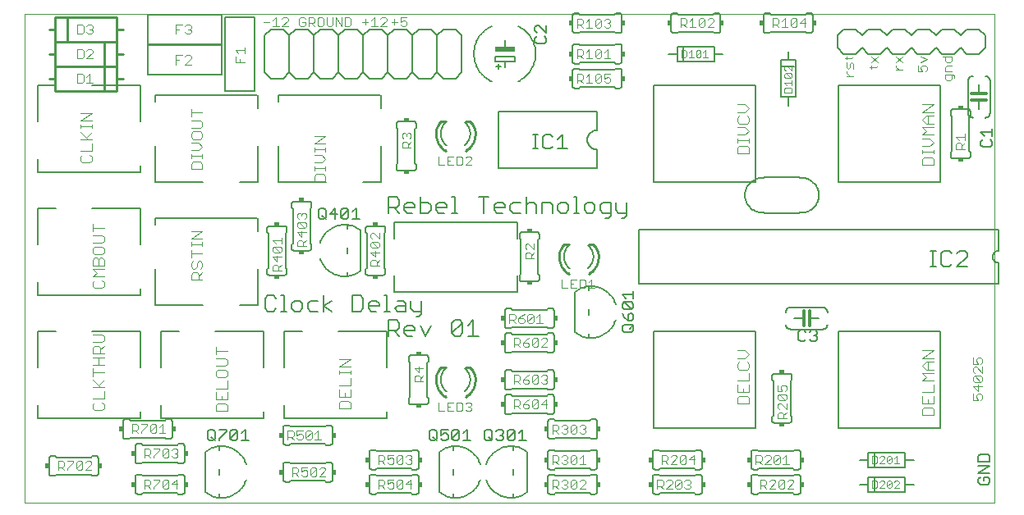
<source format=gto>
G75*
G70*
%OFA0B0*%
%FSLAX24Y24*%
%IPPOS*%
%LPD*%
%AMOC8*
5,1,8,0,0,1.08239X$1,22.5*
%
%ADD10C,0.0000*%
%ADD11C,0.0060*%
%ADD12C,0.0030*%
%ADD13C,0.0070*%
%ADD14C,0.0040*%
%ADD15R,0.0150X0.0200*%
%ADD16C,0.0080*%
%ADD17C,0.0050*%
%ADD18C,0.0120*%
%ADD19R,0.0200X0.0150*%
%ADD20C,0.0100*%
%ADD21R,0.0800X0.0200*%
D10*
X000180Y000393D02*
X039550Y000393D01*
X039550Y020275D01*
X000180Y020275D01*
X000180Y000393D01*
D11*
X001280Y001493D02*
X001430Y001493D01*
X001480Y001543D01*
X002880Y001543D01*
X002930Y001493D01*
X003080Y001493D01*
X003097Y001495D01*
X003114Y001499D01*
X003130Y001506D01*
X003144Y001516D01*
X003157Y001529D01*
X003167Y001543D01*
X003174Y001559D01*
X003178Y001576D01*
X003180Y001593D01*
X003180Y002193D01*
X003178Y002210D01*
X003174Y002227D01*
X003167Y002243D01*
X003157Y002257D01*
X003144Y002270D01*
X003130Y002280D01*
X003114Y002287D01*
X003097Y002291D01*
X003080Y002293D01*
X002930Y002293D01*
X002880Y002243D01*
X001480Y002243D01*
X001430Y002293D01*
X001280Y002293D01*
X001263Y002291D01*
X001246Y002287D01*
X001230Y002280D01*
X001216Y002270D01*
X001203Y002257D01*
X001193Y002243D01*
X001186Y002227D01*
X001182Y002210D01*
X001180Y002193D01*
X001180Y001593D01*
X001182Y001576D01*
X001186Y001559D01*
X001193Y001543D01*
X001203Y001529D01*
X001216Y001516D01*
X001230Y001506D01*
X001246Y001499D01*
X001263Y001495D01*
X001280Y001493D01*
X004180Y003093D02*
X004180Y003693D01*
X004182Y003710D01*
X004186Y003727D01*
X004193Y003743D01*
X004203Y003757D01*
X004216Y003770D01*
X004230Y003780D01*
X004246Y003787D01*
X004263Y003791D01*
X004280Y003793D01*
X004430Y003793D01*
X004480Y003743D01*
X005880Y003743D01*
X005930Y003793D01*
X006080Y003793D01*
X006097Y003791D01*
X006114Y003787D01*
X006130Y003780D01*
X006144Y003770D01*
X006157Y003757D01*
X006167Y003743D01*
X006174Y003727D01*
X006178Y003710D01*
X006180Y003693D01*
X006180Y003093D01*
X006178Y003076D01*
X006174Y003059D01*
X006167Y003043D01*
X006157Y003029D01*
X006144Y003016D01*
X006130Y003006D01*
X006114Y002999D01*
X006097Y002995D01*
X006080Y002993D01*
X005930Y002993D01*
X005880Y003043D01*
X004480Y003043D01*
X004430Y002993D01*
X004280Y002993D01*
X004263Y002995D01*
X004246Y002999D01*
X004230Y003006D01*
X004216Y003016D01*
X004203Y003029D01*
X004193Y003043D01*
X004186Y003059D01*
X004182Y003076D01*
X004180Y003093D01*
X004780Y002793D02*
X004930Y002793D01*
X004980Y002743D01*
X006380Y002743D01*
X006430Y002793D01*
X006580Y002793D01*
X006597Y002791D01*
X006614Y002787D01*
X006630Y002780D01*
X006644Y002770D01*
X006657Y002757D01*
X006667Y002743D01*
X006674Y002727D01*
X006678Y002710D01*
X006680Y002693D01*
X006680Y002093D01*
X006678Y002076D01*
X006674Y002059D01*
X006667Y002043D01*
X006657Y002029D01*
X006644Y002016D01*
X006630Y002006D01*
X006614Y001999D01*
X006597Y001995D01*
X006580Y001993D01*
X006430Y001993D01*
X006380Y002043D01*
X004980Y002043D01*
X004930Y001993D01*
X004780Y001993D01*
X004763Y001995D01*
X004746Y001999D01*
X004730Y002006D01*
X004716Y002016D01*
X004703Y002029D01*
X004693Y002043D01*
X004686Y002059D01*
X004682Y002076D01*
X004680Y002093D01*
X004680Y002693D01*
X004682Y002710D01*
X004686Y002727D01*
X004693Y002743D01*
X004703Y002757D01*
X004716Y002770D01*
X004730Y002780D01*
X004746Y002787D01*
X004763Y002791D01*
X004780Y002793D01*
X004780Y001543D02*
X004930Y001543D01*
X004980Y001493D01*
X006380Y001493D01*
X006430Y001543D01*
X006580Y001543D01*
X006597Y001541D01*
X006614Y001537D01*
X006630Y001530D01*
X006644Y001520D01*
X006657Y001507D01*
X006667Y001493D01*
X006674Y001477D01*
X006678Y001460D01*
X006680Y001443D01*
X006680Y000843D01*
X006678Y000826D01*
X006674Y000809D01*
X006667Y000793D01*
X006657Y000779D01*
X006644Y000766D01*
X006630Y000756D01*
X006614Y000749D01*
X006597Y000745D01*
X006580Y000743D01*
X006430Y000743D01*
X006380Y000793D01*
X004980Y000793D01*
X004930Y000743D01*
X004780Y000743D01*
X004763Y000745D01*
X004746Y000749D01*
X004730Y000756D01*
X004716Y000766D01*
X004703Y000779D01*
X004693Y000793D01*
X004686Y000809D01*
X004682Y000826D01*
X004680Y000843D01*
X004680Y001443D01*
X004682Y001460D01*
X004686Y001477D01*
X004693Y001493D01*
X004703Y001507D01*
X004716Y001520D01*
X004730Y001530D01*
X004746Y001537D01*
X004763Y001541D01*
X004780Y001543D01*
X010680Y001343D02*
X010680Y001943D01*
X010682Y001960D01*
X010686Y001977D01*
X010693Y001993D01*
X010703Y002007D01*
X010716Y002020D01*
X010730Y002030D01*
X010746Y002037D01*
X010763Y002041D01*
X010780Y002043D01*
X010930Y002043D01*
X010980Y001993D01*
X012380Y001993D01*
X012430Y002043D01*
X012580Y002043D01*
X012597Y002041D01*
X012614Y002037D01*
X012630Y002030D01*
X012644Y002020D01*
X012657Y002007D01*
X012667Y001993D01*
X012674Y001977D01*
X012678Y001960D01*
X012680Y001943D01*
X012680Y001343D01*
X012678Y001326D01*
X012674Y001309D01*
X012667Y001293D01*
X012657Y001279D01*
X012644Y001266D01*
X012630Y001256D01*
X012614Y001249D01*
X012597Y001245D01*
X012580Y001243D01*
X012430Y001243D01*
X012380Y001293D01*
X010980Y001293D01*
X010930Y001243D01*
X010780Y001243D01*
X010763Y001245D01*
X010746Y001249D01*
X010730Y001256D01*
X010716Y001266D01*
X010703Y001279D01*
X010693Y001293D01*
X010686Y001309D01*
X010682Y001326D01*
X010680Y001343D01*
X010780Y002743D02*
X010930Y002743D01*
X010980Y002793D01*
X012380Y002793D01*
X012430Y002743D01*
X012580Y002743D01*
X012597Y002745D01*
X012614Y002749D01*
X012630Y002756D01*
X012644Y002766D01*
X012657Y002779D01*
X012667Y002793D01*
X012674Y002809D01*
X012678Y002826D01*
X012680Y002843D01*
X012680Y003443D01*
X012678Y003460D01*
X012674Y003477D01*
X012667Y003493D01*
X012657Y003507D01*
X012644Y003520D01*
X012630Y003530D01*
X012614Y003537D01*
X012597Y003541D01*
X012580Y003543D01*
X012430Y003543D01*
X012380Y003493D01*
X010980Y003493D01*
X010930Y003543D01*
X010780Y003543D01*
X010763Y003541D01*
X010746Y003537D01*
X010730Y003530D01*
X010716Y003520D01*
X010703Y003507D01*
X010693Y003493D01*
X010686Y003477D01*
X010682Y003460D01*
X010680Y003443D01*
X010680Y002843D01*
X010682Y002826D01*
X010686Y002809D01*
X010693Y002793D01*
X010703Y002779D01*
X010716Y002766D01*
X010730Y002756D01*
X010746Y002749D01*
X010763Y002745D01*
X010780Y002743D01*
X014180Y002443D02*
X014180Y001843D01*
X014182Y001826D01*
X014186Y001809D01*
X014193Y001793D01*
X014203Y001779D01*
X014216Y001766D01*
X014230Y001756D01*
X014246Y001749D01*
X014263Y001745D01*
X014280Y001743D01*
X014430Y001743D01*
X014480Y001793D01*
X015880Y001793D01*
X015930Y001743D01*
X016080Y001743D01*
X016097Y001745D01*
X016114Y001749D01*
X016130Y001756D01*
X016144Y001766D01*
X016157Y001779D01*
X016167Y001793D01*
X016174Y001809D01*
X016178Y001826D01*
X016180Y001843D01*
X016180Y002443D01*
X016178Y002460D01*
X016174Y002477D01*
X016167Y002493D01*
X016157Y002507D01*
X016144Y002520D01*
X016130Y002530D01*
X016114Y002537D01*
X016097Y002541D01*
X016080Y002543D01*
X015930Y002543D01*
X015880Y002493D01*
X014480Y002493D01*
X014430Y002543D01*
X014280Y002543D01*
X014263Y002541D01*
X014246Y002537D01*
X014230Y002530D01*
X014216Y002520D01*
X014203Y002507D01*
X014193Y002493D01*
X014186Y002477D01*
X014182Y002460D01*
X014180Y002443D01*
X014280Y001543D02*
X014430Y001543D01*
X014480Y001493D01*
X015880Y001493D01*
X015930Y001543D01*
X016080Y001543D01*
X016097Y001541D01*
X016114Y001537D01*
X016130Y001530D01*
X016144Y001520D01*
X016157Y001507D01*
X016167Y001493D01*
X016174Y001477D01*
X016178Y001460D01*
X016180Y001443D01*
X016180Y000843D01*
X016178Y000826D01*
X016174Y000809D01*
X016167Y000793D01*
X016157Y000779D01*
X016144Y000766D01*
X016130Y000756D01*
X016114Y000749D01*
X016097Y000745D01*
X016080Y000743D01*
X015930Y000743D01*
X015880Y000793D01*
X014480Y000793D01*
X014430Y000743D01*
X014280Y000743D01*
X014263Y000745D01*
X014246Y000749D01*
X014230Y000756D01*
X014216Y000766D01*
X014203Y000779D01*
X014193Y000793D01*
X014186Y000809D01*
X014182Y000826D01*
X014180Y000843D01*
X014180Y001443D01*
X014182Y001460D01*
X014186Y001477D01*
X014193Y001493D01*
X014203Y001507D01*
X014216Y001520D01*
X014230Y001530D01*
X014246Y001537D01*
X014263Y001541D01*
X014280Y001543D01*
X015880Y004393D02*
X016480Y004393D01*
X016497Y004395D01*
X016514Y004399D01*
X016530Y004406D01*
X016544Y004416D01*
X016557Y004429D01*
X016567Y004443D01*
X016574Y004459D01*
X016578Y004476D01*
X016580Y004493D01*
X016580Y004643D01*
X016530Y004693D01*
X016530Y006093D01*
X016580Y006143D01*
X016580Y006293D01*
X016578Y006310D01*
X016574Y006327D01*
X016567Y006343D01*
X016557Y006357D01*
X016544Y006370D01*
X016530Y006380D01*
X016514Y006387D01*
X016497Y006391D01*
X016480Y006393D01*
X015880Y006393D01*
X015863Y006391D01*
X015846Y006387D01*
X015830Y006380D01*
X015816Y006370D01*
X015803Y006357D01*
X015793Y006343D01*
X015786Y006327D01*
X015782Y006310D01*
X015780Y006293D01*
X015780Y006143D01*
X015830Y006093D01*
X015830Y004693D01*
X015780Y004643D01*
X015780Y004493D01*
X015782Y004476D01*
X015786Y004459D01*
X015793Y004443D01*
X015803Y004429D01*
X015816Y004416D01*
X015830Y004406D01*
X015846Y004399D01*
X015863Y004395D01*
X015880Y004393D01*
X017080Y005393D02*
X017082Y005440D01*
X017088Y005488D01*
X017097Y005534D01*
X017110Y005580D01*
X017126Y005624D01*
X017147Y005668D01*
X017170Y005709D01*
X017196Y005748D01*
X017226Y005785D01*
X017259Y005820D01*
X017294Y005852D01*
X017331Y005881D01*
X018280Y005393D02*
X018278Y005348D01*
X018273Y005302D01*
X018265Y005258D01*
X018253Y005214D01*
X018237Y005171D01*
X018219Y005129D01*
X018197Y005089D01*
X018173Y005051D01*
X018146Y005015D01*
X018116Y004980D01*
X018083Y004949D01*
X018048Y004919D01*
X018280Y005393D02*
X018278Y005438D01*
X018273Y005484D01*
X018265Y005528D01*
X018253Y005572D01*
X018237Y005615D01*
X018219Y005657D01*
X018197Y005697D01*
X018173Y005735D01*
X018146Y005771D01*
X018116Y005806D01*
X018083Y005837D01*
X018048Y005867D01*
X017080Y005393D02*
X017082Y005347D01*
X017087Y005301D01*
X017096Y005255D01*
X017108Y005210D01*
X017124Y005167D01*
X017143Y005125D01*
X017166Y005084D01*
X017191Y005045D01*
X017219Y005009D01*
X017250Y004974D01*
X017284Y004942D01*
X017320Y004913D01*
X019680Y005093D02*
X019680Y005693D01*
X019682Y005710D01*
X019686Y005727D01*
X019693Y005743D01*
X019703Y005757D01*
X019716Y005770D01*
X019730Y005780D01*
X019746Y005787D01*
X019763Y005791D01*
X019780Y005793D01*
X019930Y005793D01*
X019980Y005743D01*
X021380Y005743D01*
X021430Y005793D01*
X021580Y005793D01*
X021597Y005791D01*
X021614Y005787D01*
X021630Y005780D01*
X021644Y005770D01*
X021657Y005757D01*
X021667Y005743D01*
X021674Y005727D01*
X021678Y005710D01*
X021680Y005693D01*
X021680Y005093D01*
X021678Y005076D01*
X021674Y005059D01*
X021667Y005043D01*
X021657Y005029D01*
X021644Y005016D01*
X021630Y005006D01*
X021614Y004999D01*
X021597Y004995D01*
X021580Y004993D01*
X021430Y004993D01*
X021380Y005043D01*
X019980Y005043D01*
X019930Y004993D01*
X019780Y004993D01*
X019763Y004995D01*
X019746Y004999D01*
X019730Y005006D01*
X019716Y005016D01*
X019703Y005029D01*
X019693Y005043D01*
X019686Y005059D01*
X019682Y005076D01*
X019680Y005093D01*
X019780Y004793D02*
X019930Y004793D01*
X019980Y004743D01*
X021380Y004743D01*
X021430Y004793D01*
X021580Y004793D01*
X021597Y004791D01*
X021614Y004787D01*
X021630Y004780D01*
X021644Y004770D01*
X021657Y004757D01*
X021667Y004743D01*
X021674Y004727D01*
X021678Y004710D01*
X021680Y004693D01*
X021680Y004093D01*
X021678Y004076D01*
X021674Y004059D01*
X021667Y004043D01*
X021657Y004029D01*
X021644Y004016D01*
X021630Y004006D01*
X021614Y003999D01*
X021597Y003995D01*
X021580Y003993D01*
X021430Y003993D01*
X021380Y004043D01*
X019980Y004043D01*
X019930Y003993D01*
X019780Y003993D01*
X019763Y003995D01*
X019746Y003999D01*
X019730Y004006D01*
X019716Y004016D01*
X019703Y004029D01*
X019693Y004043D01*
X019686Y004059D01*
X019682Y004076D01*
X019680Y004093D01*
X019680Y004693D01*
X019682Y004710D01*
X019686Y004727D01*
X019693Y004743D01*
X019703Y004757D01*
X019716Y004770D01*
X019730Y004780D01*
X019746Y004787D01*
X019763Y004791D01*
X019780Y004793D01*
X021430Y003693D02*
X021430Y003093D01*
X021432Y003076D01*
X021436Y003059D01*
X021443Y003043D01*
X021453Y003029D01*
X021466Y003016D01*
X021480Y003006D01*
X021496Y002999D01*
X021513Y002995D01*
X021530Y002993D01*
X021680Y002993D01*
X021730Y003043D01*
X023130Y003043D01*
X023180Y002993D01*
X023330Y002993D01*
X023347Y002995D01*
X023364Y002999D01*
X023380Y003006D01*
X023394Y003016D01*
X023407Y003029D01*
X023417Y003043D01*
X023424Y003059D01*
X023428Y003076D01*
X023430Y003093D01*
X023430Y003693D01*
X023428Y003710D01*
X023424Y003727D01*
X023417Y003743D01*
X023407Y003757D01*
X023394Y003770D01*
X023380Y003780D01*
X023364Y003787D01*
X023347Y003791D01*
X023330Y003793D01*
X023180Y003793D01*
X023130Y003743D01*
X021730Y003743D01*
X021680Y003793D01*
X021530Y003793D01*
X021513Y003791D01*
X021496Y003787D01*
X021480Y003780D01*
X021466Y003770D01*
X021453Y003757D01*
X021443Y003743D01*
X021436Y003727D01*
X021432Y003710D01*
X021430Y003693D01*
X021530Y002543D02*
X021680Y002543D01*
X021730Y002493D01*
X023130Y002493D01*
X023180Y002543D01*
X023330Y002543D01*
X023347Y002541D01*
X023364Y002537D01*
X023380Y002530D01*
X023394Y002520D01*
X023407Y002507D01*
X023417Y002493D01*
X023424Y002477D01*
X023428Y002460D01*
X023430Y002443D01*
X023430Y001843D01*
X023428Y001826D01*
X023424Y001809D01*
X023417Y001793D01*
X023407Y001779D01*
X023394Y001766D01*
X023380Y001756D01*
X023364Y001749D01*
X023347Y001745D01*
X023330Y001743D01*
X023180Y001743D01*
X023130Y001793D01*
X021730Y001793D01*
X021680Y001743D01*
X021530Y001743D01*
X021513Y001745D01*
X021496Y001749D01*
X021480Y001756D01*
X021466Y001766D01*
X021453Y001779D01*
X021443Y001793D01*
X021436Y001809D01*
X021432Y001826D01*
X021430Y001843D01*
X021430Y002443D01*
X021432Y002460D01*
X021436Y002477D01*
X021443Y002493D01*
X021453Y002507D01*
X021466Y002520D01*
X021480Y002530D01*
X021496Y002537D01*
X021513Y002541D01*
X021530Y002543D01*
X021530Y001543D02*
X021680Y001543D01*
X021730Y001493D01*
X023130Y001493D01*
X023180Y001543D01*
X023330Y001543D01*
X023347Y001541D01*
X023364Y001537D01*
X023380Y001530D01*
X023394Y001520D01*
X023407Y001507D01*
X023417Y001493D01*
X023424Y001477D01*
X023428Y001460D01*
X023430Y001443D01*
X023430Y000843D01*
X023428Y000826D01*
X023424Y000809D01*
X023417Y000793D01*
X023407Y000779D01*
X023394Y000766D01*
X023380Y000756D01*
X023364Y000749D01*
X023347Y000745D01*
X023330Y000743D01*
X023180Y000743D01*
X023130Y000793D01*
X021730Y000793D01*
X021680Y000743D01*
X021530Y000743D01*
X021513Y000745D01*
X021496Y000749D01*
X021480Y000756D01*
X021466Y000766D01*
X021453Y000779D01*
X021443Y000793D01*
X021436Y000809D01*
X021432Y000826D01*
X021430Y000843D01*
X021430Y001443D01*
X021432Y001460D01*
X021436Y001477D01*
X021443Y001493D01*
X021453Y001507D01*
X021466Y001520D01*
X021480Y001530D01*
X021496Y001537D01*
X021513Y001541D01*
X021530Y001543D01*
X025680Y001443D02*
X025680Y000843D01*
X025682Y000826D01*
X025686Y000809D01*
X025693Y000793D01*
X025703Y000779D01*
X025716Y000766D01*
X025730Y000756D01*
X025746Y000749D01*
X025763Y000745D01*
X025780Y000743D01*
X025930Y000743D01*
X025980Y000793D01*
X027380Y000793D01*
X027430Y000743D01*
X027580Y000743D01*
X027597Y000745D01*
X027614Y000749D01*
X027630Y000756D01*
X027644Y000766D01*
X027657Y000779D01*
X027667Y000793D01*
X027674Y000809D01*
X027678Y000826D01*
X027680Y000843D01*
X027680Y001443D01*
X027678Y001460D01*
X027674Y001477D01*
X027667Y001493D01*
X027657Y001507D01*
X027644Y001520D01*
X027630Y001530D01*
X027614Y001537D01*
X027597Y001541D01*
X027580Y001543D01*
X027430Y001543D01*
X027380Y001493D01*
X025980Y001493D01*
X025930Y001543D01*
X025780Y001543D01*
X025763Y001541D01*
X025746Y001537D01*
X025730Y001530D01*
X025716Y001520D01*
X025703Y001507D01*
X025693Y001493D01*
X025686Y001477D01*
X025682Y001460D01*
X025680Y001443D01*
X025780Y001743D02*
X025930Y001743D01*
X025980Y001793D01*
X027380Y001793D01*
X027430Y001743D01*
X027580Y001743D01*
X027597Y001745D01*
X027614Y001749D01*
X027630Y001756D01*
X027644Y001766D01*
X027657Y001779D01*
X027667Y001793D01*
X027674Y001809D01*
X027678Y001826D01*
X027680Y001843D01*
X027680Y002443D01*
X027678Y002460D01*
X027674Y002477D01*
X027667Y002493D01*
X027657Y002507D01*
X027644Y002520D01*
X027630Y002530D01*
X027614Y002537D01*
X027597Y002541D01*
X027580Y002543D01*
X027430Y002543D01*
X027380Y002493D01*
X025980Y002493D01*
X025930Y002543D01*
X025780Y002543D01*
X025763Y002541D01*
X025746Y002537D01*
X025730Y002530D01*
X025716Y002520D01*
X025703Y002507D01*
X025693Y002493D01*
X025686Y002477D01*
X025682Y002460D01*
X025680Y002443D01*
X025680Y001843D01*
X025682Y001826D01*
X025686Y001809D01*
X025693Y001793D01*
X025703Y001779D01*
X025716Y001766D01*
X025730Y001756D01*
X025746Y001749D01*
X025763Y001745D01*
X025780Y001743D01*
X029680Y001843D02*
X029680Y002443D01*
X029682Y002460D01*
X029686Y002477D01*
X029693Y002493D01*
X029703Y002507D01*
X029716Y002520D01*
X029730Y002530D01*
X029746Y002537D01*
X029763Y002541D01*
X029780Y002543D01*
X029930Y002543D01*
X029980Y002493D01*
X031380Y002493D01*
X031430Y002543D01*
X031580Y002543D01*
X031597Y002541D01*
X031614Y002537D01*
X031630Y002530D01*
X031644Y002520D01*
X031657Y002507D01*
X031667Y002493D01*
X031674Y002477D01*
X031678Y002460D01*
X031680Y002443D01*
X031680Y001843D01*
X031678Y001826D01*
X031674Y001809D01*
X031667Y001793D01*
X031657Y001779D01*
X031644Y001766D01*
X031630Y001756D01*
X031614Y001749D01*
X031597Y001745D01*
X031580Y001743D01*
X031430Y001743D01*
X031380Y001793D01*
X029980Y001793D01*
X029930Y001743D01*
X029780Y001743D01*
X029763Y001745D01*
X029746Y001749D01*
X029730Y001756D01*
X029716Y001766D01*
X029703Y001779D01*
X029693Y001793D01*
X029686Y001809D01*
X029682Y001826D01*
X029680Y001843D01*
X029780Y001543D02*
X029930Y001543D01*
X029980Y001493D01*
X031380Y001493D01*
X031430Y001543D01*
X031580Y001543D01*
X031597Y001541D01*
X031614Y001537D01*
X031630Y001530D01*
X031644Y001520D01*
X031657Y001507D01*
X031667Y001493D01*
X031674Y001477D01*
X031678Y001460D01*
X031680Y001443D01*
X031680Y000843D01*
X031678Y000826D01*
X031674Y000809D01*
X031667Y000793D01*
X031657Y000779D01*
X031644Y000766D01*
X031630Y000756D01*
X031614Y000749D01*
X031597Y000745D01*
X031580Y000743D01*
X031430Y000743D01*
X031380Y000793D01*
X029980Y000793D01*
X029930Y000743D01*
X029780Y000743D01*
X029763Y000745D01*
X029746Y000749D01*
X029730Y000756D01*
X029716Y000766D01*
X029703Y000779D01*
X029693Y000793D01*
X029686Y000809D01*
X029682Y000826D01*
X029680Y000843D01*
X029680Y001443D01*
X029682Y001460D01*
X029686Y001477D01*
X029693Y001493D01*
X029703Y001507D01*
X029716Y001520D01*
X029730Y001530D01*
X029746Y001537D01*
X029763Y001541D01*
X029780Y001543D01*
X030630Y003643D02*
X031230Y003643D01*
X031247Y003645D01*
X031264Y003649D01*
X031280Y003656D01*
X031294Y003666D01*
X031307Y003679D01*
X031317Y003693D01*
X031324Y003709D01*
X031328Y003726D01*
X031330Y003743D01*
X031330Y003893D01*
X031280Y003943D01*
X031280Y005343D01*
X031330Y005393D01*
X031330Y005543D01*
X031328Y005560D01*
X031324Y005577D01*
X031317Y005593D01*
X031307Y005607D01*
X031294Y005620D01*
X031280Y005630D01*
X031264Y005637D01*
X031247Y005641D01*
X031230Y005643D01*
X030630Y005643D01*
X030613Y005641D01*
X030596Y005637D01*
X030580Y005630D01*
X030566Y005620D01*
X030553Y005607D01*
X030543Y005593D01*
X030536Y005577D01*
X030532Y005560D01*
X030530Y005543D01*
X030530Y005393D01*
X030580Y005343D01*
X030580Y003943D01*
X030530Y003893D01*
X030530Y003743D01*
X030532Y003726D01*
X030536Y003709D01*
X030543Y003693D01*
X030553Y003679D01*
X030566Y003666D01*
X030580Y003656D01*
X030596Y003649D01*
X030613Y003645D01*
X030630Y003643D01*
X031280Y007443D02*
X032580Y007443D01*
X032606Y007445D01*
X032632Y007450D01*
X032657Y007458D01*
X032680Y007470D01*
X032702Y007484D01*
X032721Y007502D01*
X032739Y007521D01*
X032753Y007543D01*
X032765Y007566D01*
X032773Y007591D01*
X032778Y007617D01*
X032780Y007643D01*
X032430Y007893D02*
X032060Y007893D01*
X031810Y007893D02*
X031430Y007893D01*
X031080Y007643D02*
X031082Y007617D01*
X031087Y007591D01*
X031095Y007566D01*
X031107Y007543D01*
X031121Y007521D01*
X031139Y007502D01*
X031158Y007484D01*
X031180Y007470D01*
X031203Y007458D01*
X031228Y007450D01*
X031254Y007445D01*
X031280Y007443D01*
X031080Y008143D02*
X031082Y008169D01*
X031087Y008195D01*
X031095Y008220D01*
X031107Y008243D01*
X031121Y008265D01*
X031139Y008284D01*
X031158Y008302D01*
X031180Y008316D01*
X031203Y008328D01*
X031228Y008336D01*
X031254Y008341D01*
X031280Y008343D01*
X032580Y008343D01*
X032606Y008341D01*
X032632Y008336D01*
X032657Y008328D01*
X032680Y008316D01*
X032702Y008302D01*
X032721Y008284D01*
X032739Y008265D01*
X032753Y008243D01*
X032765Y008220D01*
X032773Y008195D01*
X032778Y008169D01*
X032780Y008143D01*
X039730Y009293D02*
X025130Y009293D01*
X025130Y011493D01*
X039730Y011493D01*
X039730Y010643D01*
X039700Y010641D01*
X039670Y010636D01*
X039641Y010627D01*
X039614Y010614D01*
X039588Y010599D01*
X039564Y010580D01*
X039543Y010559D01*
X039524Y010535D01*
X039509Y010509D01*
X039496Y010482D01*
X039487Y010453D01*
X039482Y010423D01*
X039480Y010393D01*
X039482Y010363D01*
X039487Y010333D01*
X039496Y010304D01*
X039509Y010277D01*
X039524Y010251D01*
X039543Y010227D01*
X039564Y010206D01*
X039588Y010187D01*
X039614Y010172D01*
X039641Y010159D01*
X039670Y010150D01*
X039700Y010145D01*
X039730Y010143D01*
X039730Y009293D01*
X038480Y014393D02*
X037880Y014393D01*
X037863Y014395D01*
X037846Y014399D01*
X037830Y014406D01*
X037816Y014416D01*
X037803Y014429D01*
X037793Y014443D01*
X037786Y014459D01*
X037782Y014476D01*
X037780Y014493D01*
X037780Y014643D01*
X037830Y014693D01*
X037830Y016093D01*
X037780Y016143D01*
X037780Y016293D01*
X037782Y016310D01*
X037786Y016327D01*
X037793Y016343D01*
X037803Y016357D01*
X037816Y016370D01*
X037830Y016380D01*
X037846Y016387D01*
X037863Y016391D01*
X037880Y016393D01*
X038480Y016393D01*
X038497Y016391D01*
X038514Y016387D01*
X038530Y016380D01*
X038544Y016370D01*
X038557Y016357D01*
X038567Y016343D01*
X038574Y016327D01*
X038578Y016310D01*
X038580Y016293D01*
X038580Y016143D01*
X038530Y016093D01*
X038530Y014693D01*
X038580Y014643D01*
X038580Y014493D01*
X038578Y014476D01*
X038574Y014459D01*
X038567Y014443D01*
X038557Y014429D01*
X038544Y014416D01*
X038530Y014406D01*
X038514Y014399D01*
X038497Y014395D01*
X038480Y014393D01*
X038480Y016243D02*
X038480Y017543D01*
X038482Y017569D01*
X038487Y017595D01*
X038495Y017620D01*
X038507Y017643D01*
X038521Y017665D01*
X038539Y017684D01*
X038558Y017702D01*
X038580Y017716D01*
X038603Y017728D01*
X038628Y017736D01*
X038654Y017741D01*
X038680Y017743D01*
X039180Y017743D02*
X039206Y017741D01*
X039232Y017736D01*
X039257Y017728D01*
X039280Y017716D01*
X039302Y017702D01*
X039321Y017684D01*
X039339Y017665D01*
X039353Y017643D01*
X039365Y017620D01*
X039373Y017595D01*
X039378Y017569D01*
X039380Y017543D01*
X039380Y016243D01*
X039378Y016217D01*
X039373Y016191D01*
X039365Y016166D01*
X039353Y016143D01*
X039339Y016121D01*
X039321Y016102D01*
X039302Y016084D01*
X039280Y016070D01*
X039257Y016058D01*
X039232Y016050D01*
X039206Y016045D01*
X039180Y016043D01*
X038680Y016043D02*
X038654Y016045D01*
X038628Y016050D01*
X038603Y016058D01*
X038580Y016070D01*
X038558Y016084D01*
X038539Y016102D01*
X038521Y016121D01*
X038507Y016143D01*
X038495Y016166D01*
X038487Y016191D01*
X038482Y016217D01*
X038480Y016243D01*
X038930Y016393D02*
X038930Y016763D01*
X038930Y017013D02*
X038930Y017393D01*
X032180Y019593D02*
X032180Y020193D01*
X032178Y020210D01*
X032174Y020227D01*
X032167Y020243D01*
X032157Y020257D01*
X032144Y020270D01*
X032130Y020280D01*
X032114Y020287D01*
X032097Y020291D01*
X032080Y020293D01*
X031930Y020293D01*
X031880Y020243D01*
X030480Y020243D01*
X030430Y020293D01*
X030280Y020293D01*
X030263Y020291D01*
X030246Y020287D01*
X030230Y020280D01*
X030216Y020270D01*
X030203Y020257D01*
X030193Y020243D01*
X030186Y020227D01*
X030182Y020210D01*
X030180Y020193D01*
X030180Y019593D01*
X030182Y019576D01*
X030186Y019559D01*
X030193Y019543D01*
X030203Y019529D01*
X030216Y019516D01*
X030230Y019506D01*
X030246Y019499D01*
X030263Y019495D01*
X030280Y019493D01*
X030430Y019493D01*
X030480Y019543D01*
X031880Y019543D01*
X031930Y019493D01*
X032080Y019493D01*
X032097Y019495D01*
X032114Y019499D01*
X032130Y019506D01*
X032144Y019516D01*
X032157Y019529D01*
X032167Y019543D01*
X032174Y019559D01*
X032178Y019576D01*
X032180Y019593D01*
X028430Y019593D02*
X028430Y020193D01*
X028428Y020210D01*
X028424Y020227D01*
X028417Y020243D01*
X028407Y020257D01*
X028394Y020270D01*
X028380Y020280D01*
X028364Y020287D01*
X028347Y020291D01*
X028330Y020293D01*
X028180Y020293D01*
X028130Y020243D01*
X026730Y020243D01*
X026680Y020293D01*
X026530Y020293D01*
X026513Y020291D01*
X026496Y020287D01*
X026480Y020280D01*
X026466Y020270D01*
X026453Y020257D01*
X026443Y020243D01*
X026436Y020227D01*
X026432Y020210D01*
X026430Y020193D01*
X026430Y019593D01*
X026432Y019576D01*
X026436Y019559D01*
X026443Y019543D01*
X026453Y019529D01*
X026466Y019516D01*
X026480Y019506D01*
X026496Y019499D01*
X026513Y019495D01*
X026530Y019493D01*
X026680Y019493D01*
X026730Y019543D01*
X028130Y019543D01*
X028180Y019493D01*
X028330Y019493D01*
X028347Y019495D01*
X028364Y019499D01*
X028380Y019506D01*
X028394Y019516D01*
X028407Y019529D01*
X028417Y019543D01*
X028424Y019559D01*
X028428Y019576D01*
X028430Y019593D01*
X024430Y019593D02*
X024430Y020193D01*
X024428Y020210D01*
X024424Y020227D01*
X024417Y020243D01*
X024407Y020257D01*
X024394Y020270D01*
X024380Y020280D01*
X024364Y020287D01*
X024347Y020291D01*
X024330Y020293D01*
X024180Y020293D01*
X024130Y020243D01*
X022730Y020243D01*
X022680Y020293D01*
X022530Y020293D01*
X022513Y020291D01*
X022496Y020287D01*
X022480Y020280D01*
X022466Y020270D01*
X022453Y020257D01*
X022443Y020243D01*
X022436Y020227D01*
X022432Y020210D01*
X022430Y020193D01*
X022430Y019593D01*
X022432Y019576D01*
X022436Y019559D01*
X022443Y019543D01*
X022453Y019529D01*
X022466Y019516D01*
X022480Y019506D01*
X022496Y019499D01*
X022513Y019495D01*
X022530Y019493D01*
X022680Y019493D01*
X022730Y019543D01*
X024130Y019543D01*
X024180Y019493D01*
X024330Y019493D01*
X024347Y019495D01*
X024364Y019499D01*
X024380Y019506D01*
X024394Y019516D01*
X024407Y019529D01*
X024417Y019543D01*
X024424Y019559D01*
X024428Y019576D01*
X024430Y019593D01*
X024330Y019043D02*
X024180Y019043D01*
X024130Y018993D01*
X022730Y018993D01*
X022680Y019043D01*
X022530Y019043D01*
X022513Y019041D01*
X022496Y019037D01*
X022480Y019030D01*
X022466Y019020D01*
X022453Y019007D01*
X022443Y018993D01*
X022436Y018977D01*
X022432Y018960D01*
X022430Y018943D01*
X022430Y018343D01*
X022432Y018326D01*
X022436Y018309D01*
X022443Y018293D01*
X022453Y018279D01*
X022466Y018266D01*
X022480Y018256D01*
X022496Y018249D01*
X022513Y018245D01*
X022530Y018243D01*
X022680Y018243D01*
X022730Y018293D01*
X024130Y018293D01*
X024180Y018243D01*
X024330Y018243D01*
X024347Y018245D01*
X024364Y018249D01*
X024380Y018256D01*
X024394Y018266D01*
X024407Y018279D01*
X024417Y018293D01*
X024424Y018309D01*
X024428Y018326D01*
X024430Y018343D01*
X024430Y018943D01*
X024428Y018960D01*
X024424Y018977D01*
X024417Y018993D01*
X024407Y019007D01*
X024394Y019020D01*
X024380Y019030D01*
X024364Y019037D01*
X024347Y019041D01*
X024330Y019043D01*
X024330Y018043D02*
X024180Y018043D01*
X024130Y017993D01*
X022730Y017993D01*
X022680Y018043D01*
X022530Y018043D01*
X022513Y018041D01*
X022496Y018037D01*
X022480Y018030D01*
X022466Y018020D01*
X022453Y018007D01*
X022443Y017993D01*
X022436Y017977D01*
X022432Y017960D01*
X022430Y017943D01*
X022430Y017343D01*
X022432Y017326D01*
X022436Y017309D01*
X022443Y017293D01*
X022453Y017279D01*
X022466Y017266D01*
X022480Y017256D01*
X022496Y017249D01*
X022513Y017245D01*
X022530Y017243D01*
X022680Y017243D01*
X022730Y017293D01*
X024130Y017293D01*
X024180Y017243D01*
X024330Y017243D01*
X024347Y017245D01*
X024364Y017249D01*
X024380Y017256D01*
X024394Y017266D01*
X024407Y017279D01*
X024417Y017293D01*
X024424Y017309D01*
X024428Y017326D01*
X024430Y017343D01*
X024430Y017943D01*
X024428Y017960D01*
X024424Y017977D01*
X024417Y017993D01*
X024407Y018007D01*
X024394Y018020D01*
X024380Y018030D01*
X024364Y018037D01*
X024347Y018041D01*
X024330Y018043D01*
X023430Y016293D02*
X023430Y015543D01*
X023391Y015541D01*
X023352Y015535D01*
X023314Y015526D01*
X023277Y015513D01*
X023241Y015496D01*
X023208Y015476D01*
X023176Y015452D01*
X023147Y015426D01*
X023121Y015397D01*
X023097Y015365D01*
X023077Y015332D01*
X023060Y015296D01*
X023047Y015259D01*
X023038Y015221D01*
X023032Y015182D01*
X023030Y015143D01*
X023032Y015104D01*
X023038Y015065D01*
X023047Y015027D01*
X023060Y014990D01*
X023077Y014954D01*
X023097Y014921D01*
X023121Y014889D01*
X023147Y014860D01*
X023176Y014834D01*
X023208Y014810D01*
X023241Y014790D01*
X023277Y014773D01*
X023314Y014760D01*
X023352Y014751D01*
X023391Y014745D01*
X023430Y014743D01*
X023430Y013993D01*
X019430Y013993D01*
X019430Y016293D01*
X023430Y016293D01*
X020080Y018343D02*
X019680Y018343D01*
X019280Y018343D01*
X019280Y018543D01*
X020080Y018543D01*
X020080Y018343D01*
X019680Y018343D02*
X019680Y018093D01*
X019530Y018143D02*
X019330Y018143D01*
X019430Y018043D02*
X019430Y018243D01*
X020214Y017513D02*
X020276Y017544D01*
X020335Y017579D01*
X020393Y017616D01*
X020448Y017657D01*
X020502Y017701D01*
X020552Y017748D01*
X020600Y017797D01*
X020645Y017849D01*
X020688Y017903D01*
X020727Y017960D01*
X020763Y018018D01*
X020796Y018079D01*
X020825Y018141D01*
X020851Y018205D01*
X020873Y018270D01*
X020892Y018336D01*
X020907Y018404D01*
X020918Y018471D01*
X020926Y018540D01*
X020930Y018609D01*
X020930Y018677D01*
X020926Y018746D01*
X020918Y018815D01*
X020907Y018882D01*
X020892Y018950D01*
X020873Y019016D01*
X020851Y019081D01*
X020825Y019145D01*
X020796Y019207D01*
X020763Y019268D01*
X020727Y019326D01*
X020688Y019383D01*
X020645Y019437D01*
X020600Y019489D01*
X020552Y019538D01*
X020502Y019585D01*
X020448Y019629D01*
X020393Y019670D01*
X020335Y019707D01*
X020276Y019742D01*
X020214Y019773D01*
X019680Y019193D02*
X019680Y018893D01*
X019146Y019773D02*
X019084Y019742D01*
X019025Y019707D01*
X018967Y019670D01*
X018912Y019629D01*
X018858Y019585D01*
X018808Y019538D01*
X018760Y019489D01*
X018715Y019437D01*
X018672Y019383D01*
X018633Y019326D01*
X018597Y019268D01*
X018564Y019207D01*
X018535Y019145D01*
X018509Y019081D01*
X018487Y019016D01*
X018468Y018950D01*
X018453Y018882D01*
X018442Y018815D01*
X018434Y018746D01*
X018430Y018677D01*
X018430Y018609D01*
X018434Y018540D01*
X018442Y018471D01*
X018453Y018404D01*
X018468Y018336D01*
X018487Y018270D01*
X018509Y018205D01*
X018535Y018141D01*
X018564Y018079D01*
X018597Y018018D01*
X018633Y017960D01*
X018672Y017903D01*
X018715Y017849D01*
X018760Y017797D01*
X018808Y017748D01*
X018858Y017701D01*
X018912Y017657D01*
X018967Y017616D01*
X019025Y017579D01*
X019084Y017544D01*
X019146Y017513D01*
X017930Y017893D02*
X017680Y017643D01*
X017180Y017643D01*
X016930Y017893D01*
X016930Y019393D01*
X017180Y019643D01*
X017680Y019643D01*
X017930Y019393D01*
X017930Y017893D01*
X016930Y017893D02*
X016680Y017643D01*
X016180Y017643D01*
X015930Y017893D01*
X015930Y019393D01*
X016180Y019643D01*
X016680Y019643D01*
X016930Y019393D01*
X015930Y019393D02*
X015680Y019643D01*
X015180Y019643D01*
X014930Y019393D01*
X014930Y017893D01*
X015180Y017643D01*
X015680Y017643D01*
X015930Y017893D01*
X014930Y017893D02*
X014680Y017643D01*
X014180Y017643D01*
X013930Y017893D01*
X013930Y019393D01*
X014180Y019643D01*
X014680Y019643D01*
X014930Y019393D01*
X013930Y019393D02*
X013680Y019643D01*
X013180Y019643D01*
X012930Y019393D01*
X012930Y017893D01*
X013180Y017643D01*
X013680Y017643D01*
X013930Y017893D01*
X012930Y017893D02*
X012680Y017643D01*
X012180Y017643D01*
X011930Y017893D01*
X011930Y019393D01*
X012180Y019643D01*
X012680Y019643D01*
X012930Y019393D01*
X011930Y019393D02*
X011680Y019643D01*
X011180Y019643D01*
X010930Y019393D01*
X010930Y017893D01*
X011180Y017643D01*
X011680Y017643D01*
X011930Y017893D01*
X010930Y017893D02*
X010680Y017643D01*
X010180Y017643D01*
X009930Y017893D01*
X009930Y019393D01*
X010180Y019643D01*
X010680Y019643D01*
X010930Y019393D01*
X015380Y015893D02*
X015980Y015893D01*
X015997Y015891D01*
X016014Y015887D01*
X016030Y015880D01*
X016044Y015870D01*
X016057Y015857D01*
X016067Y015843D01*
X016074Y015827D01*
X016078Y015810D01*
X016080Y015793D01*
X016080Y015643D01*
X016030Y015593D01*
X016030Y014193D01*
X016080Y014143D01*
X016080Y013993D01*
X016078Y013976D01*
X016074Y013959D01*
X016067Y013943D01*
X016057Y013929D01*
X016044Y013916D01*
X016030Y013906D01*
X016014Y013899D01*
X015997Y013895D01*
X015980Y013893D01*
X015380Y013893D01*
X015363Y013895D01*
X015346Y013899D01*
X015330Y013906D01*
X015316Y013916D01*
X015303Y013929D01*
X015293Y013943D01*
X015286Y013959D01*
X015282Y013976D01*
X015280Y013993D01*
X015280Y014143D01*
X015330Y014193D01*
X015330Y015593D01*
X015280Y015643D01*
X015280Y015793D01*
X015282Y015810D01*
X015286Y015827D01*
X015293Y015843D01*
X015303Y015857D01*
X015316Y015870D01*
X015330Y015880D01*
X015346Y015887D01*
X015363Y015891D01*
X015380Y015893D01*
X018048Y014919D02*
X018083Y014949D01*
X018116Y014980D01*
X018146Y015015D01*
X018173Y015051D01*
X018197Y015089D01*
X018219Y015129D01*
X018237Y015171D01*
X018253Y015214D01*
X018265Y015258D01*
X018273Y015302D01*
X018278Y015348D01*
X018280Y015393D01*
X017320Y014913D02*
X017284Y014942D01*
X017250Y014974D01*
X017219Y015009D01*
X017191Y015045D01*
X017166Y015084D01*
X017143Y015125D01*
X017124Y015167D01*
X017108Y015210D01*
X017096Y015255D01*
X017087Y015301D01*
X017082Y015347D01*
X017080Y015393D01*
X018048Y015867D02*
X018083Y015837D01*
X018116Y015806D01*
X018146Y015771D01*
X018173Y015735D01*
X018197Y015697D01*
X018219Y015657D01*
X018237Y015615D01*
X018253Y015572D01*
X018265Y015528D01*
X018273Y015484D01*
X018278Y015438D01*
X018280Y015393D01*
X017331Y015881D02*
X017294Y015852D01*
X017259Y015820D01*
X017226Y015785D01*
X017196Y015748D01*
X017170Y015709D01*
X017147Y015668D01*
X017126Y015624D01*
X017110Y015580D01*
X017097Y015534D01*
X017088Y015488D01*
X017082Y015440D01*
X017080Y015393D01*
X017538Y012814D02*
X017645Y012814D01*
X017645Y012173D01*
X017538Y012173D02*
X017752Y012173D01*
X017321Y012387D02*
X016894Y012387D01*
X016894Y012280D02*
X016894Y012494D01*
X017000Y012600D01*
X017214Y012600D01*
X017321Y012494D01*
X017321Y012387D01*
X017214Y012173D02*
X017000Y012173D01*
X016894Y012280D01*
X016676Y012280D02*
X016569Y012173D01*
X016249Y012173D01*
X016249Y012814D01*
X016249Y012600D02*
X016569Y012600D01*
X016676Y012494D01*
X016676Y012280D01*
X016032Y012387D02*
X016032Y012494D01*
X015925Y012600D01*
X015711Y012600D01*
X015605Y012494D01*
X015605Y012280D01*
X015711Y012173D01*
X015925Y012173D01*
X016032Y012387D02*
X015605Y012387D01*
X015387Y012494D02*
X015280Y012387D01*
X014960Y012387D01*
X015174Y012387D02*
X015387Y012173D01*
X014960Y012173D02*
X014960Y012814D01*
X015280Y012814D01*
X015387Y012707D01*
X015387Y012494D01*
X014730Y011643D02*
X014130Y011643D01*
X014113Y011641D01*
X014096Y011637D01*
X014080Y011630D01*
X014066Y011620D01*
X014053Y011607D01*
X014043Y011593D01*
X014036Y011577D01*
X014032Y011560D01*
X014030Y011543D01*
X014030Y011393D01*
X014080Y011343D01*
X014080Y009943D01*
X014030Y009893D01*
X014030Y009743D01*
X014032Y009726D01*
X014036Y009709D01*
X014043Y009693D01*
X014053Y009679D01*
X014066Y009666D01*
X014080Y009656D01*
X014096Y009649D01*
X014113Y009645D01*
X014130Y009643D01*
X014730Y009643D01*
X014747Y009645D01*
X014764Y009649D01*
X014780Y009656D01*
X014794Y009666D01*
X014807Y009679D01*
X014817Y009693D01*
X014824Y009709D01*
X014828Y009726D01*
X014830Y009743D01*
X014830Y009893D01*
X014780Y009943D01*
X014780Y011343D01*
X014830Y011393D01*
X014830Y011543D01*
X014828Y011560D01*
X014824Y011577D01*
X014817Y011593D01*
X014807Y011607D01*
X014794Y011620D01*
X014780Y011630D01*
X014764Y011637D01*
X014747Y011641D01*
X014730Y011643D01*
X011830Y010893D02*
X011830Y010743D01*
X011828Y010726D01*
X011824Y010709D01*
X011817Y010693D01*
X011807Y010679D01*
X011794Y010666D01*
X011780Y010656D01*
X011764Y010649D01*
X011747Y010645D01*
X011730Y010643D01*
X011130Y010643D01*
X011113Y010645D01*
X011096Y010649D01*
X011080Y010656D01*
X011066Y010666D01*
X011053Y010679D01*
X011043Y010693D01*
X011036Y010709D01*
X011032Y010726D01*
X011030Y010743D01*
X011030Y010893D01*
X011080Y010943D01*
X011080Y012343D01*
X011030Y012393D01*
X011030Y012543D01*
X011032Y012560D01*
X011036Y012577D01*
X011043Y012593D01*
X011053Y012607D01*
X011066Y012620D01*
X011080Y012630D01*
X011096Y012637D01*
X011113Y012641D01*
X011130Y012643D01*
X011730Y012643D01*
X011747Y012641D01*
X011764Y012637D01*
X011780Y012630D01*
X011794Y012620D01*
X011807Y012607D01*
X011817Y012593D01*
X011824Y012577D01*
X011828Y012560D01*
X011830Y012543D01*
X011830Y012393D01*
X011780Y012343D01*
X011780Y010943D01*
X011830Y010893D01*
X010830Y011393D02*
X010780Y011343D01*
X010780Y009943D01*
X010830Y009893D01*
X010830Y009743D01*
X010828Y009726D01*
X010824Y009709D01*
X010817Y009693D01*
X010807Y009679D01*
X010794Y009666D01*
X010780Y009656D01*
X010764Y009649D01*
X010747Y009645D01*
X010730Y009643D01*
X010130Y009643D01*
X010113Y009645D01*
X010096Y009649D01*
X010080Y009656D01*
X010066Y009666D01*
X010053Y009679D01*
X010043Y009693D01*
X010036Y009709D01*
X010032Y009726D01*
X010030Y009743D01*
X010030Y009893D01*
X010080Y009943D01*
X010080Y011343D01*
X010030Y011393D01*
X010030Y011543D01*
X010032Y011560D01*
X010036Y011577D01*
X010043Y011593D01*
X010053Y011607D01*
X010066Y011620D01*
X010080Y011630D01*
X010096Y011637D01*
X010113Y011641D01*
X010130Y011643D01*
X010730Y011643D01*
X010747Y011641D01*
X010764Y011637D01*
X010780Y011630D01*
X010794Y011620D01*
X010807Y011607D01*
X010817Y011593D01*
X010824Y011577D01*
X010828Y011560D01*
X010830Y011543D01*
X010830Y011393D01*
X010711Y008814D02*
X010711Y008173D01*
X010605Y008173D02*
X010818Y008173D01*
X011034Y008280D02*
X011141Y008173D01*
X011355Y008173D01*
X011461Y008280D01*
X011461Y008494D01*
X011355Y008600D01*
X011141Y008600D01*
X011034Y008494D01*
X011034Y008280D01*
X010387Y008280D02*
X010280Y008173D01*
X010067Y008173D01*
X009960Y008280D01*
X009960Y008707D01*
X010067Y008814D01*
X010280Y008814D01*
X010387Y008707D01*
X010605Y008814D02*
X010711Y008814D01*
X011679Y008494D02*
X011679Y008280D01*
X011786Y008173D01*
X012106Y008173D01*
X012323Y008173D02*
X012323Y008814D01*
X012106Y008600D02*
X011786Y008600D01*
X011679Y008494D01*
X012323Y008387D02*
X012644Y008600D01*
X012323Y008387D02*
X012644Y008173D01*
X013505Y008173D02*
X013505Y008814D01*
X013825Y008814D01*
X013932Y008707D01*
X013932Y008280D01*
X013825Y008173D01*
X013505Y008173D01*
X014150Y008280D02*
X014150Y008494D01*
X014256Y008600D01*
X014470Y008600D01*
X014577Y008494D01*
X014577Y008387D01*
X014150Y008387D01*
X014150Y008280D02*
X014256Y008173D01*
X014470Y008173D01*
X014794Y008173D02*
X015008Y008173D01*
X014901Y008173D02*
X014901Y008814D01*
X014794Y008814D01*
X015331Y008600D02*
X015544Y008600D01*
X015651Y008494D01*
X015651Y008173D01*
X015331Y008173D01*
X015224Y008280D01*
X015331Y008387D01*
X015651Y008387D01*
X015868Y008280D02*
X015975Y008173D01*
X016295Y008173D01*
X016295Y008067D02*
X016189Y007960D01*
X016082Y007960D01*
X016295Y008067D02*
X016295Y008600D01*
X015868Y008600D02*
X015868Y008280D01*
X015387Y007707D02*
X015387Y007494D01*
X015280Y007387D01*
X014960Y007387D01*
X015174Y007387D02*
X015387Y007173D01*
X015605Y007280D02*
X015605Y007494D01*
X015711Y007600D01*
X015925Y007600D01*
X016032Y007494D01*
X016032Y007387D01*
X015605Y007387D01*
X015605Y007280D02*
X015711Y007173D01*
X015925Y007173D01*
X016249Y007600D02*
X016463Y007173D01*
X016676Y007600D01*
X017538Y007707D02*
X017538Y007280D01*
X017965Y007707D01*
X017965Y007280D01*
X017858Y007173D01*
X017645Y007173D01*
X017538Y007280D01*
X017538Y007707D02*
X017645Y007814D01*
X017858Y007814D01*
X017965Y007707D01*
X018183Y007600D02*
X018396Y007814D01*
X018396Y007173D01*
X018183Y007173D02*
X018610Y007173D01*
X019680Y007193D02*
X019680Y006593D01*
X019682Y006576D01*
X019686Y006559D01*
X019693Y006543D01*
X019703Y006529D01*
X019716Y006516D01*
X019730Y006506D01*
X019746Y006499D01*
X019763Y006495D01*
X019780Y006493D01*
X019930Y006493D01*
X019980Y006543D01*
X021380Y006543D01*
X021430Y006493D01*
X021580Y006493D01*
X021597Y006495D01*
X021614Y006499D01*
X021630Y006506D01*
X021644Y006516D01*
X021657Y006529D01*
X021667Y006543D01*
X021674Y006559D01*
X021678Y006576D01*
X021680Y006593D01*
X021680Y007193D01*
X021678Y007210D01*
X021674Y007227D01*
X021667Y007243D01*
X021657Y007257D01*
X021644Y007270D01*
X021630Y007280D01*
X021614Y007287D01*
X021597Y007291D01*
X021580Y007293D01*
X021430Y007293D01*
X021380Y007243D01*
X019980Y007243D01*
X019930Y007293D01*
X019780Y007293D01*
X019763Y007291D01*
X019746Y007287D01*
X019730Y007280D01*
X019716Y007270D01*
X019703Y007257D01*
X019693Y007243D01*
X019686Y007227D01*
X019682Y007210D01*
X019680Y007193D01*
X019780Y007493D02*
X019930Y007493D01*
X019980Y007543D01*
X021380Y007543D01*
X021430Y007493D01*
X021580Y007493D01*
X021597Y007495D01*
X021614Y007499D01*
X021630Y007506D01*
X021644Y007516D01*
X021657Y007529D01*
X021667Y007543D01*
X021674Y007559D01*
X021678Y007576D01*
X021680Y007593D01*
X021680Y008193D01*
X021678Y008210D01*
X021674Y008227D01*
X021667Y008243D01*
X021657Y008257D01*
X021644Y008270D01*
X021630Y008280D01*
X021614Y008287D01*
X021597Y008291D01*
X021580Y008293D01*
X021430Y008293D01*
X021380Y008243D01*
X019980Y008243D01*
X019930Y008293D01*
X019780Y008293D01*
X019763Y008291D01*
X019746Y008287D01*
X019730Y008280D01*
X019716Y008270D01*
X019703Y008257D01*
X019693Y008243D01*
X019686Y008227D01*
X019682Y008210D01*
X019680Y008193D01*
X019680Y007593D01*
X019682Y007576D01*
X019686Y007559D01*
X019693Y007543D01*
X019703Y007529D01*
X019716Y007516D01*
X019730Y007506D01*
X019746Y007499D01*
X019763Y007495D01*
X019780Y007493D01*
X020380Y009393D02*
X020980Y009393D01*
X020997Y009395D01*
X021014Y009399D01*
X021030Y009406D01*
X021044Y009416D01*
X021057Y009429D01*
X021067Y009443D01*
X021074Y009459D01*
X021078Y009476D01*
X021080Y009493D01*
X021080Y009643D01*
X021030Y009693D01*
X021030Y011093D01*
X021080Y011143D01*
X021080Y011293D01*
X021078Y011310D01*
X021074Y011327D01*
X021067Y011343D01*
X021057Y011357D01*
X021044Y011370D01*
X021030Y011380D01*
X021014Y011387D01*
X020997Y011391D01*
X020980Y011393D01*
X020380Y011393D01*
X020363Y011391D01*
X020346Y011387D01*
X020330Y011380D01*
X020316Y011370D01*
X020303Y011357D01*
X020293Y011343D01*
X020286Y011327D01*
X020282Y011310D01*
X020280Y011293D01*
X020280Y011143D01*
X020330Y011093D01*
X020330Y009693D01*
X020280Y009643D01*
X020280Y009493D01*
X020282Y009476D01*
X020286Y009459D01*
X020293Y009443D01*
X020303Y009429D01*
X020316Y009416D01*
X020330Y009406D01*
X020346Y009399D01*
X020363Y009395D01*
X020380Y009393D01*
X022080Y010393D02*
X022082Y010440D01*
X022088Y010488D01*
X022097Y010534D01*
X022110Y010580D01*
X022126Y010624D01*
X022147Y010668D01*
X022170Y010709D01*
X022196Y010748D01*
X022226Y010785D01*
X022259Y010820D01*
X022294Y010852D01*
X022331Y010881D01*
X023280Y010393D02*
X023278Y010348D01*
X023273Y010302D01*
X023265Y010258D01*
X023253Y010214D01*
X023237Y010171D01*
X023219Y010129D01*
X023197Y010089D01*
X023173Y010051D01*
X023146Y010015D01*
X023116Y009980D01*
X023083Y009949D01*
X023048Y009919D01*
X023280Y010393D02*
X023278Y010438D01*
X023273Y010484D01*
X023265Y010528D01*
X023253Y010572D01*
X023237Y010615D01*
X023219Y010657D01*
X023197Y010697D01*
X023173Y010735D01*
X023146Y010771D01*
X023116Y010806D01*
X023083Y010837D01*
X023048Y010867D01*
X022080Y010393D02*
X022082Y010347D01*
X022087Y010301D01*
X022096Y010255D01*
X022108Y010210D01*
X022124Y010167D01*
X022143Y010125D01*
X022166Y010084D01*
X022191Y010045D01*
X022219Y010009D01*
X022250Y009974D01*
X022284Y009942D01*
X022320Y009913D01*
X023768Y011960D02*
X023874Y011960D01*
X023981Y012067D01*
X023981Y012600D01*
X023661Y012600D01*
X023554Y012494D01*
X023554Y012280D01*
X023661Y012173D01*
X023981Y012173D01*
X024199Y012280D02*
X024305Y012173D01*
X024626Y012173D01*
X024626Y012067D02*
X024519Y011960D01*
X024412Y011960D01*
X024626Y012067D02*
X024626Y012600D01*
X024199Y012600D02*
X024199Y012280D01*
X023336Y012280D02*
X023230Y012173D01*
X023016Y012173D01*
X022909Y012280D01*
X022909Y012494D01*
X023016Y012600D01*
X023230Y012600D01*
X023336Y012494D01*
X023336Y012280D01*
X022693Y012173D02*
X022480Y012173D01*
X022587Y012173D02*
X022587Y012814D01*
X022480Y012814D01*
X022262Y012494D02*
X022155Y012600D01*
X021942Y012600D01*
X021835Y012494D01*
X021835Y012280D01*
X021942Y012173D01*
X022155Y012173D01*
X022262Y012280D01*
X022262Y012494D01*
X021618Y012494D02*
X021618Y012173D01*
X021191Y012173D02*
X021191Y012600D01*
X021511Y012600D01*
X021618Y012494D01*
X020973Y012494D02*
X020973Y012173D01*
X020546Y012173D02*
X020546Y012814D01*
X020653Y012600D02*
X020866Y012600D01*
X020973Y012494D01*
X020653Y012600D02*
X020546Y012494D01*
X020329Y012600D02*
X020008Y012600D01*
X019902Y012494D01*
X019902Y012280D01*
X020008Y012173D01*
X020329Y012173D01*
X019684Y012387D02*
X019684Y012494D01*
X019577Y012600D01*
X019364Y012600D01*
X019257Y012494D01*
X019257Y012280D01*
X019364Y012173D01*
X019577Y012173D01*
X019684Y012387D02*
X019257Y012387D01*
X018826Y012173D02*
X018826Y012814D01*
X019039Y012814D02*
X018612Y012814D01*
X015280Y007814D02*
X014960Y007814D01*
X014960Y007173D01*
X015387Y007707D02*
X015280Y007814D01*
D12*
X031035Y017069D02*
X031035Y017214D01*
X031083Y017263D01*
X031277Y017263D01*
X031325Y017214D01*
X031325Y017069D01*
X031035Y017069D01*
X031132Y017364D02*
X031035Y017460D01*
X031325Y017460D01*
X031325Y017364D02*
X031325Y017557D01*
X031277Y017658D02*
X031083Y017852D01*
X031277Y017852D01*
X031325Y017803D01*
X031325Y017707D01*
X031277Y017658D01*
X031083Y017658D01*
X031035Y017707D01*
X031035Y017803D01*
X031083Y017852D01*
X031083Y017953D02*
X031035Y018001D01*
X031035Y018098D01*
X031083Y018146D01*
X031132Y018146D01*
X031325Y017953D01*
X031325Y018146D01*
X033506Y018475D02*
X033753Y018475D01*
X033815Y018536D01*
X033568Y018536D02*
X033568Y018413D01*
X033568Y018291D02*
X033568Y018106D01*
X033630Y018044D01*
X033692Y018106D01*
X033692Y018230D01*
X033753Y018291D01*
X033815Y018230D01*
X033815Y018044D01*
X033568Y017923D02*
X033568Y017861D01*
X033692Y017738D01*
X033815Y017738D02*
X033568Y017738D01*
X034506Y018106D02*
X034753Y018106D01*
X034815Y018168D01*
X034815Y018290D02*
X034568Y018537D01*
X034568Y018290D02*
X034815Y018537D01*
X034568Y018168D02*
X034568Y018044D01*
X035568Y017983D02*
X035815Y017983D01*
X035692Y017983D02*
X035568Y018107D01*
X035568Y018168D01*
X035568Y018290D02*
X035815Y018537D01*
X035815Y018290D02*
X035568Y018537D01*
X036445Y018169D02*
X036445Y017922D01*
X036630Y017922D01*
X036568Y018045D01*
X036568Y018107D01*
X036630Y018169D01*
X036753Y018169D01*
X036815Y018107D01*
X036815Y017983D01*
X036753Y017922D01*
X036568Y018290D02*
X036815Y018413D01*
X036568Y018537D01*
X037445Y018537D02*
X037815Y018537D01*
X037815Y018352D01*
X037753Y018290D01*
X037630Y018290D01*
X037568Y018352D01*
X037568Y018537D01*
X037630Y018169D02*
X037815Y018169D01*
X037630Y018169D02*
X037568Y018107D01*
X037568Y017922D01*
X037815Y017922D01*
X037815Y017800D02*
X037815Y017615D01*
X037753Y017553D01*
X037630Y017553D01*
X037568Y017615D01*
X037568Y017800D01*
X037877Y017800D01*
X037938Y017739D01*
X037938Y017677D01*
X027933Y018498D02*
X027740Y018498D01*
X027836Y018498D02*
X027836Y018789D01*
X027740Y018692D01*
X027638Y018740D02*
X027445Y018547D01*
X027493Y018498D01*
X027590Y018498D01*
X027638Y018547D01*
X027638Y018740D01*
X027590Y018789D01*
X027493Y018789D01*
X027445Y018740D01*
X027445Y018547D01*
X027344Y018498D02*
X027150Y018498D01*
X027247Y018498D02*
X027247Y018789D01*
X027150Y018692D01*
X027049Y018740D02*
X027049Y018547D01*
X027001Y018498D01*
X026856Y018498D01*
X026856Y018789D01*
X027001Y018789D01*
X027049Y018740D01*
X015692Y019820D02*
X015630Y019758D01*
X015507Y019758D01*
X015445Y019820D01*
X015445Y019943D02*
X015568Y020005D01*
X015630Y020005D01*
X015692Y019943D01*
X015692Y019820D01*
X015445Y019943D02*
X015445Y020129D01*
X015692Y020129D01*
X015324Y019943D02*
X015077Y019943D01*
X015200Y019820D02*
X015200Y020067D01*
X014876Y020067D02*
X014814Y020129D01*
X014691Y020129D01*
X014629Y020067D01*
X014876Y020067D02*
X014876Y020005D01*
X014629Y019758D01*
X014876Y019758D01*
X014508Y019758D02*
X014261Y019758D01*
X014384Y019758D02*
X014384Y020129D01*
X014261Y020005D01*
X014139Y019943D02*
X013893Y019943D01*
X014016Y019820D02*
X014016Y020067D01*
X013429Y020067D02*
X013429Y019820D01*
X013367Y019758D01*
X013182Y019758D01*
X013182Y020129D01*
X013367Y020129D01*
X013429Y020067D01*
X013060Y020129D02*
X013060Y019758D01*
X012813Y020129D01*
X012813Y019758D01*
X012692Y019820D02*
X012692Y020129D01*
X012445Y020129D02*
X012445Y019820D01*
X012507Y019758D01*
X012630Y019758D01*
X012692Y019820D01*
X012324Y019820D02*
X012324Y020067D01*
X012262Y020129D01*
X012138Y020129D01*
X012077Y020067D01*
X012077Y019820D01*
X012138Y019758D01*
X012262Y019758D01*
X012324Y019820D01*
X011955Y019758D02*
X011832Y019882D01*
X011894Y019882D02*
X011708Y019882D01*
X011708Y019758D02*
X011708Y020129D01*
X011894Y020129D01*
X011955Y020067D01*
X011955Y019943D01*
X011894Y019882D01*
X011587Y019820D02*
X011587Y019943D01*
X011463Y019943D01*
X011340Y019820D02*
X011340Y020067D01*
X011402Y020129D01*
X011525Y020129D01*
X011587Y020067D01*
X011587Y019820D02*
X011525Y019758D01*
X011402Y019758D01*
X011340Y019820D01*
X010876Y019758D02*
X010629Y019758D01*
X010876Y020005D01*
X010876Y020067D01*
X010814Y020129D01*
X010691Y020129D01*
X010629Y020067D01*
X010384Y020129D02*
X010384Y019758D01*
X010261Y019758D02*
X010508Y019758D01*
X010261Y020005D02*
X010384Y020129D01*
X010139Y019943D02*
X009893Y019943D01*
X009115Y018905D02*
X009115Y018658D01*
X009115Y018782D02*
X008745Y018782D01*
X008868Y018658D01*
X008745Y018537D02*
X008745Y018290D01*
X009115Y018290D01*
X008930Y018290D02*
X008930Y018413D01*
X006942Y018455D02*
X006942Y018517D01*
X006880Y018579D01*
X006757Y018579D01*
X006695Y018517D01*
X006574Y018579D02*
X006327Y018579D01*
X006327Y018208D01*
X006327Y018393D02*
X006450Y018393D01*
X006695Y018208D02*
X006942Y018455D01*
X006942Y018208D02*
X006695Y018208D01*
X006757Y019458D02*
X006695Y019520D01*
X006757Y019458D02*
X006880Y019458D01*
X006942Y019520D01*
X006942Y019582D01*
X006880Y019643D01*
X006818Y019643D01*
X006880Y019643D02*
X006942Y019705D01*
X006942Y019767D01*
X006880Y019829D01*
X006757Y019829D01*
X006695Y019767D01*
X006574Y019829D02*
X006327Y019829D01*
X006327Y019458D01*
X006327Y019643D02*
X006450Y019643D01*
X002942Y019582D02*
X002942Y019520D01*
X002880Y019458D01*
X002757Y019458D01*
X002695Y019520D01*
X002574Y019520D02*
X002574Y019767D01*
X002512Y019829D01*
X002327Y019829D01*
X002327Y019458D01*
X002512Y019458D01*
X002574Y019520D01*
X002818Y019643D02*
X002880Y019643D01*
X002942Y019582D01*
X002880Y019643D02*
X002942Y019705D01*
X002942Y019767D01*
X002880Y019829D01*
X002757Y019829D01*
X002695Y019767D01*
X002757Y018829D02*
X002695Y018767D01*
X002757Y018829D02*
X002880Y018829D01*
X002942Y018767D01*
X002942Y018705D01*
X002695Y018458D01*
X002942Y018458D01*
X002574Y018520D02*
X002574Y018767D01*
X002512Y018829D01*
X002327Y018829D01*
X002327Y018458D01*
X002512Y018458D01*
X002574Y018520D01*
X002512Y017829D02*
X002327Y017829D01*
X002327Y017458D01*
X002512Y017458D01*
X002574Y017520D01*
X002574Y017767D01*
X002512Y017829D01*
X002695Y017705D02*
X002818Y017829D01*
X002818Y017458D01*
X002695Y017458D02*
X002942Y017458D01*
X034606Y002289D02*
X034606Y001998D01*
X034751Y001998D01*
X034799Y002047D01*
X034799Y002240D01*
X034751Y002289D01*
X034606Y002289D01*
X034900Y002240D02*
X034949Y002289D01*
X035045Y002289D01*
X035094Y002240D01*
X035094Y002192D01*
X034900Y001998D01*
X035094Y001998D01*
X035195Y002047D02*
X035243Y001998D01*
X035340Y001998D01*
X035388Y002047D01*
X035388Y002240D01*
X035195Y002047D01*
X035195Y002240D01*
X035243Y002289D01*
X035340Y002289D01*
X035388Y002240D01*
X035490Y002192D02*
X035586Y002289D01*
X035586Y001998D01*
X035490Y001998D02*
X035683Y001998D01*
X035635Y001289D02*
X035538Y001289D01*
X035490Y001240D01*
X035388Y001240D02*
X035195Y001047D01*
X035243Y000998D01*
X035340Y000998D01*
X035388Y001047D01*
X035388Y001240D01*
X035340Y001289D01*
X035243Y001289D01*
X035195Y001240D01*
X035195Y001047D01*
X035094Y000998D02*
X034900Y000998D01*
X035094Y001192D01*
X035094Y001240D01*
X035045Y001289D01*
X034949Y001289D01*
X034900Y001240D01*
X034799Y001240D02*
X034751Y001289D01*
X034606Y001289D01*
X034606Y000998D01*
X034751Y000998D01*
X034799Y001047D01*
X034799Y001240D01*
X035490Y000998D02*
X035683Y001192D01*
X035683Y001240D01*
X035635Y001289D01*
X035683Y000998D02*
X035490Y000998D01*
X038695Y004567D02*
X038880Y004567D01*
X038818Y004690D01*
X038818Y004752D01*
X038880Y004814D01*
X039003Y004814D01*
X039065Y004752D01*
X039065Y004628D01*
X039003Y004567D01*
X038695Y004567D02*
X038695Y004814D01*
X038880Y004935D02*
X038880Y005182D01*
X039003Y005303D02*
X038756Y005550D01*
X039003Y005550D01*
X039065Y005489D01*
X039065Y005365D01*
X039003Y005303D01*
X038756Y005303D01*
X038695Y005365D01*
X038695Y005489D01*
X038756Y005550D01*
X038756Y005672D02*
X038695Y005733D01*
X038695Y005857D01*
X038756Y005919D01*
X038818Y005919D01*
X039065Y005672D01*
X039065Y005919D01*
X039003Y006040D02*
X039065Y006102D01*
X039065Y006225D01*
X039003Y006287D01*
X038880Y006287D01*
X038818Y006225D01*
X038818Y006163D01*
X038880Y006040D01*
X038695Y006040D01*
X038695Y006287D01*
X038695Y005120D02*
X038880Y004935D01*
X039065Y005120D02*
X038695Y005120D01*
D13*
X038460Y009988D02*
X038039Y009988D01*
X038460Y010409D01*
X038460Y010514D01*
X038355Y010619D01*
X038144Y010619D01*
X038039Y010514D01*
X037815Y010514D02*
X037710Y010619D01*
X037500Y010619D01*
X037395Y010514D01*
X037395Y010093D01*
X037500Y009988D01*
X037710Y009988D01*
X037815Y010093D01*
X037175Y009988D02*
X036965Y009988D01*
X037070Y009988D02*
X037070Y010619D01*
X036965Y010619D02*
X037175Y010619D01*
X022222Y014778D02*
X021828Y014778D01*
X022025Y014778D02*
X022025Y015369D01*
X021828Y015172D01*
X021614Y015270D02*
X021515Y015369D01*
X021319Y015369D01*
X021220Y015270D01*
X021220Y014877D01*
X021319Y014778D01*
X021515Y014778D01*
X021614Y014877D01*
X021012Y014778D02*
X020815Y014778D01*
X020913Y014778D02*
X020913Y015369D01*
X020815Y015369D02*
X021012Y015369D01*
D14*
X018322Y014414D02*
X018262Y014474D01*
X018142Y014474D01*
X018082Y014414D01*
X017954Y014414D02*
X017894Y014474D01*
X017713Y014474D01*
X017713Y014113D01*
X017894Y014113D01*
X017954Y014173D01*
X017954Y014414D01*
X018082Y014113D02*
X018322Y014354D01*
X018322Y014414D01*
X018322Y014113D02*
X018082Y014113D01*
X017585Y014113D02*
X017345Y014113D01*
X017345Y014474D01*
X017585Y014474D01*
X017465Y014293D02*
X017345Y014293D01*
X017217Y014113D02*
X016977Y014113D01*
X016977Y014474D01*
X015870Y014817D02*
X015510Y014817D01*
X015510Y014997D01*
X015570Y015057D01*
X015690Y015057D01*
X015750Y014997D01*
X015750Y014817D01*
X015750Y014937D02*
X015870Y015057D01*
X015810Y015185D02*
X015870Y015245D01*
X015870Y015365D01*
X015810Y015425D01*
X015750Y015425D01*
X015690Y015365D01*
X015690Y015305D01*
X015690Y015365D02*
X015630Y015425D01*
X015570Y015425D01*
X015510Y015365D01*
X015510Y015245D01*
X015570Y015185D01*
X012404Y015286D02*
X011944Y015286D01*
X011944Y014979D02*
X012404Y015286D01*
X012404Y014979D02*
X011944Y014979D01*
X011944Y014826D02*
X011944Y014673D01*
X011944Y014749D02*
X012404Y014749D01*
X012404Y014673D02*
X012404Y014826D01*
X012251Y014519D02*
X011944Y014519D01*
X012251Y014519D02*
X012404Y014366D01*
X012251Y014212D01*
X011944Y014212D01*
X011944Y014059D02*
X011944Y013905D01*
X011944Y013982D02*
X012404Y013982D01*
X012404Y013905D02*
X012404Y014059D01*
X012327Y013752D02*
X012020Y013752D01*
X011944Y013675D01*
X011944Y013445D01*
X012404Y013445D01*
X012404Y013675D01*
X012327Y013752D01*
X011560Y012175D02*
X011500Y012175D01*
X011440Y012115D01*
X011440Y012055D01*
X011440Y012115D02*
X011380Y012175D01*
X011320Y012175D01*
X011260Y012115D01*
X011260Y011995D01*
X011320Y011935D01*
X011320Y011807D02*
X011560Y011567D01*
X011620Y011627D01*
X011620Y011747D01*
X011560Y011807D01*
X011320Y011807D01*
X011260Y011747D01*
X011260Y011627D01*
X011320Y011567D01*
X011560Y011567D01*
X011440Y011439D02*
X011440Y011198D01*
X011260Y011379D01*
X011620Y011379D01*
X011620Y011070D02*
X011500Y010950D01*
X011500Y011010D02*
X011500Y010830D01*
X011620Y010830D02*
X011260Y010830D01*
X011260Y011010D01*
X011320Y011070D01*
X011440Y011070D01*
X011500Y011010D01*
X010620Y011055D02*
X010260Y011055D01*
X010380Y010935D01*
X010320Y010807D02*
X010560Y010567D01*
X010620Y010627D01*
X010620Y010747D01*
X010560Y010807D01*
X010320Y010807D01*
X010260Y010747D01*
X010260Y010627D01*
X010320Y010567D01*
X010560Y010567D01*
X010440Y010439D02*
X010440Y010198D01*
X010260Y010379D01*
X010620Y010379D01*
X010620Y010070D02*
X010500Y009950D01*
X010500Y010010D02*
X010500Y009830D01*
X010620Y009830D02*
X010260Y009830D01*
X010260Y010010D01*
X010320Y010070D01*
X010440Y010070D01*
X010500Y010010D01*
X010620Y010935D02*
X010620Y011175D01*
X011560Y011935D02*
X011620Y011995D01*
X011620Y012115D01*
X011560Y012175D01*
X014240Y011308D02*
X014240Y011188D01*
X014300Y011128D01*
X014300Y011000D02*
X014540Y010760D01*
X014600Y010820D01*
X014600Y010940D01*
X014540Y011000D01*
X014300Y011000D01*
X014240Y010940D01*
X014240Y010820D01*
X014300Y010760D01*
X014540Y010760D01*
X014420Y010632D02*
X014420Y010392D01*
X014240Y010572D01*
X014600Y010572D01*
X014600Y010264D02*
X014480Y010143D01*
X014480Y010203D02*
X014480Y010023D01*
X014600Y010023D02*
X014240Y010023D01*
X014240Y010203D01*
X014300Y010264D01*
X014420Y010264D01*
X014480Y010203D01*
X014600Y011128D02*
X014360Y011368D01*
X014300Y011368D01*
X014240Y011308D01*
X014600Y011368D02*
X014600Y011128D01*
X019867Y008064D02*
X020047Y008064D01*
X020107Y008004D01*
X020107Y007883D01*
X020047Y007823D01*
X019867Y007823D01*
X019867Y007703D02*
X019867Y008064D01*
X019987Y007823D02*
X020107Y007703D01*
X020235Y007763D02*
X020295Y007703D01*
X020415Y007703D01*
X020475Y007763D01*
X020475Y007823D01*
X020415Y007883D01*
X020235Y007883D01*
X020235Y007763D01*
X020235Y007883D02*
X020355Y008004D01*
X020475Y008064D01*
X020603Y008004D02*
X020663Y008064D01*
X020784Y008064D01*
X020844Y008004D01*
X020603Y007763D01*
X020663Y007703D01*
X020784Y007703D01*
X020844Y007763D01*
X020844Y008004D01*
X020972Y007944D02*
X021092Y008064D01*
X021092Y007703D01*
X020972Y007703D02*
X021212Y007703D01*
X020603Y007763D02*
X020603Y008004D01*
X020669Y007084D02*
X020548Y007024D01*
X020428Y006903D01*
X020608Y006903D01*
X020669Y006843D01*
X020669Y006783D01*
X020608Y006723D01*
X020488Y006723D01*
X020428Y006783D01*
X020428Y006903D01*
X020300Y006903D02*
X020300Y007024D01*
X020240Y007084D01*
X020060Y007084D01*
X020060Y006723D01*
X020060Y006843D02*
X020240Y006843D01*
X020300Y006903D01*
X020180Y006843D02*
X020300Y006723D01*
X020797Y006783D02*
X021037Y007024D01*
X021037Y006783D01*
X020977Y006723D01*
X020857Y006723D01*
X020797Y006783D01*
X020797Y007024D01*
X020857Y007084D01*
X020977Y007084D01*
X021037Y007024D01*
X021165Y007024D02*
X021225Y007084D01*
X021345Y007084D01*
X021405Y007024D01*
X021405Y006964D01*
X021165Y006723D01*
X021405Y006723D01*
X021345Y005584D02*
X021405Y005524D01*
X021405Y005464D01*
X021345Y005403D01*
X021405Y005343D01*
X021405Y005283D01*
X021345Y005223D01*
X021225Y005223D01*
X021165Y005283D01*
X021037Y005283D02*
X021037Y005524D01*
X020797Y005283D01*
X020857Y005223D01*
X020977Y005223D01*
X021037Y005283D01*
X020797Y005283D02*
X020797Y005524D01*
X020857Y005584D01*
X020977Y005584D01*
X021037Y005524D01*
X021165Y005524D02*
X021225Y005584D01*
X021345Y005584D01*
X021345Y005403D02*
X021285Y005403D01*
X020669Y005343D02*
X020608Y005403D01*
X020428Y005403D01*
X020428Y005283D01*
X020488Y005223D01*
X020608Y005223D01*
X020669Y005283D01*
X020669Y005343D01*
X020548Y005524D02*
X020428Y005403D01*
X020300Y005403D02*
X020300Y005524D01*
X020240Y005584D01*
X020060Y005584D01*
X020060Y005223D01*
X020060Y005343D02*
X020240Y005343D01*
X020300Y005403D01*
X020180Y005343D02*
X020300Y005223D01*
X020548Y005524D02*
X020669Y005584D01*
X020669Y004584D02*
X020548Y004524D01*
X020428Y004403D01*
X020608Y004403D01*
X020669Y004343D01*
X020669Y004283D01*
X020608Y004223D01*
X020488Y004223D01*
X020428Y004283D01*
X020428Y004403D01*
X020300Y004403D02*
X020240Y004343D01*
X020060Y004343D01*
X020060Y004223D02*
X020060Y004584D01*
X020240Y004584D01*
X020300Y004524D01*
X020300Y004403D01*
X020180Y004343D02*
X020300Y004223D01*
X020797Y004283D02*
X021037Y004524D01*
X021037Y004283D01*
X020977Y004223D01*
X020857Y004223D01*
X020797Y004283D01*
X020797Y004524D01*
X020857Y004584D01*
X020977Y004584D01*
X021037Y004524D01*
X021165Y004403D02*
X021345Y004584D01*
X021345Y004223D01*
X021405Y004403D02*
X021165Y004403D01*
X021617Y003564D02*
X021797Y003564D01*
X021857Y003504D01*
X021857Y003383D01*
X021797Y003323D01*
X021617Y003323D01*
X021617Y003203D02*
X021617Y003564D01*
X021737Y003323D02*
X021857Y003203D01*
X021985Y003263D02*
X022045Y003203D01*
X022165Y003203D01*
X022225Y003263D01*
X022225Y003323D01*
X022165Y003383D01*
X022105Y003383D01*
X022165Y003383D02*
X022225Y003444D01*
X022225Y003504D01*
X022165Y003564D01*
X022045Y003564D01*
X021985Y003504D01*
X022353Y003504D02*
X022353Y003263D01*
X022594Y003504D01*
X022594Y003263D01*
X022534Y003203D01*
X022413Y003203D01*
X022353Y003263D01*
X022353Y003504D02*
X022413Y003564D01*
X022534Y003564D01*
X022594Y003504D01*
X022722Y003504D02*
X022782Y003564D01*
X022902Y003564D01*
X022962Y003504D01*
X022962Y003444D01*
X022902Y003383D01*
X022962Y003323D01*
X022962Y003263D01*
X022902Y003203D01*
X022782Y003203D01*
X022722Y003263D01*
X022842Y003383D02*
X022902Y003383D01*
X022842Y002314D02*
X022842Y001953D01*
X022722Y001953D02*
X022962Y001953D01*
X022722Y002194D02*
X022842Y002314D01*
X022594Y002254D02*
X022353Y002013D01*
X022413Y001953D01*
X022534Y001953D01*
X022594Y002013D01*
X022594Y002254D01*
X022534Y002314D01*
X022413Y002314D01*
X022353Y002254D01*
X022353Y002013D01*
X022225Y002013D02*
X022225Y002073D01*
X022165Y002133D01*
X022105Y002133D01*
X022165Y002133D02*
X022225Y002194D01*
X022225Y002254D01*
X022165Y002314D01*
X022045Y002314D01*
X021985Y002254D01*
X021857Y002254D02*
X021797Y002314D01*
X021617Y002314D01*
X021617Y001953D01*
X021617Y002073D02*
X021797Y002073D01*
X021857Y002133D01*
X021857Y002254D01*
X021737Y002073D02*
X021857Y001953D01*
X021985Y002013D02*
X022045Y001953D01*
X022165Y001953D01*
X022225Y002013D01*
X022165Y001314D02*
X022225Y001254D01*
X022225Y001194D01*
X022165Y001133D01*
X022225Y001073D01*
X022225Y001013D01*
X022165Y000953D01*
X022045Y000953D01*
X021985Y001013D01*
X021857Y000953D02*
X021737Y001073D01*
X021797Y001073D02*
X021617Y001073D01*
X021617Y000953D02*
X021617Y001314D01*
X021797Y001314D01*
X021857Y001254D01*
X021857Y001133D01*
X021797Y001073D01*
X021985Y001254D02*
X022045Y001314D01*
X022165Y001314D01*
X022165Y001133D02*
X022105Y001133D01*
X022353Y001013D02*
X022594Y001254D01*
X022594Y001013D01*
X022534Y000953D01*
X022413Y000953D01*
X022353Y001013D01*
X022353Y001254D01*
X022413Y001314D01*
X022534Y001314D01*
X022594Y001254D01*
X022722Y001254D02*
X022782Y001314D01*
X022902Y001314D01*
X022962Y001254D01*
X022962Y001194D01*
X022722Y000953D01*
X022962Y000953D01*
X025867Y000953D02*
X025867Y001314D01*
X026047Y001314D01*
X026107Y001254D01*
X026107Y001133D01*
X026047Y001073D01*
X025867Y001073D01*
X025987Y001073D02*
X026107Y000953D01*
X026235Y000953D02*
X026475Y001194D01*
X026475Y001254D01*
X026415Y001314D01*
X026295Y001314D01*
X026235Y001254D01*
X026235Y000953D02*
X026475Y000953D01*
X026603Y001013D02*
X026844Y001254D01*
X026844Y001013D01*
X026784Y000953D01*
X026663Y000953D01*
X026603Y001013D01*
X026603Y001254D01*
X026663Y001314D01*
X026784Y001314D01*
X026844Y001254D01*
X026972Y001254D02*
X027032Y001314D01*
X027152Y001314D01*
X027212Y001254D01*
X027212Y001194D01*
X027152Y001133D01*
X027212Y001073D01*
X027212Y001013D01*
X027152Y000953D01*
X027032Y000953D01*
X026972Y001013D01*
X027092Y001133D02*
X027152Y001133D01*
X026977Y001973D02*
X026857Y001973D01*
X026797Y002033D01*
X027037Y002274D01*
X027037Y002033D01*
X026977Y001973D01*
X026797Y002033D02*
X026797Y002274D01*
X026857Y002334D01*
X026977Y002334D01*
X027037Y002274D01*
X027165Y002153D02*
X027405Y002153D01*
X027345Y001973D02*
X027345Y002334D01*
X027165Y002153D01*
X026669Y002214D02*
X026428Y001973D01*
X026669Y001973D01*
X026669Y002214D02*
X026669Y002274D01*
X026608Y002334D01*
X026488Y002334D01*
X026428Y002274D01*
X026300Y002274D02*
X026300Y002153D01*
X026240Y002093D01*
X026060Y002093D01*
X026060Y001973D02*
X026060Y002334D01*
X026240Y002334D01*
X026300Y002274D01*
X026180Y002093D02*
X026300Y001973D01*
X029867Y001953D02*
X029867Y002314D01*
X030047Y002314D01*
X030107Y002254D01*
X030107Y002133D01*
X030047Y002073D01*
X029867Y002073D01*
X029987Y002073D02*
X030107Y001953D01*
X030235Y001953D02*
X030475Y002194D01*
X030475Y002254D01*
X030415Y002314D01*
X030295Y002314D01*
X030235Y002254D01*
X030235Y001953D02*
X030475Y001953D01*
X030603Y002013D02*
X030844Y002254D01*
X030844Y002013D01*
X030784Y001953D01*
X030663Y001953D01*
X030603Y002013D01*
X030603Y002254D01*
X030663Y002314D01*
X030784Y002314D01*
X030844Y002254D01*
X030972Y002194D02*
X031092Y002314D01*
X031092Y001953D01*
X030972Y001953D02*
X031212Y001953D01*
X031225Y001334D02*
X031165Y001274D01*
X031225Y001334D02*
X031345Y001334D01*
X031405Y001274D01*
X031405Y001214D01*
X031165Y000973D01*
X031405Y000973D01*
X031037Y001033D02*
X031037Y001274D01*
X030797Y001033D01*
X030857Y000973D01*
X030977Y000973D01*
X031037Y001033D01*
X030797Y001033D02*
X030797Y001274D01*
X030857Y001334D01*
X030977Y001334D01*
X031037Y001274D01*
X030669Y001274D02*
X030608Y001334D01*
X030488Y001334D01*
X030428Y001274D01*
X030300Y001274D02*
X030300Y001153D01*
X030240Y001093D01*
X030060Y001093D01*
X030060Y000973D02*
X030060Y001334D01*
X030240Y001334D01*
X030300Y001274D01*
X030180Y001093D02*
X030300Y000973D01*
X030428Y000973D02*
X030669Y001214D01*
X030669Y001274D01*
X030669Y000973D02*
X030428Y000973D01*
X030760Y003830D02*
X030760Y004010D01*
X030820Y004070D01*
X030940Y004070D01*
X031000Y004010D01*
X031000Y003830D01*
X031120Y003830D02*
X030760Y003830D01*
X031000Y003950D02*
X031120Y004070D01*
X031120Y004198D02*
X030880Y004439D01*
X030820Y004439D01*
X030760Y004379D01*
X030760Y004258D01*
X030820Y004198D01*
X031120Y004198D02*
X031120Y004439D01*
X031060Y004567D02*
X030820Y004807D01*
X031060Y004807D01*
X031120Y004747D01*
X031120Y004627D01*
X031060Y004567D01*
X030820Y004567D01*
X030760Y004627D01*
X030760Y004747D01*
X030820Y004807D01*
X030760Y004935D02*
X030940Y004935D01*
X030880Y005055D01*
X030880Y005115D01*
X030940Y005175D01*
X031060Y005175D01*
X031120Y005115D01*
X031120Y004995D01*
X031060Y004935D01*
X030760Y004935D02*
X030760Y005175D01*
X029585Y005198D02*
X029585Y004891D01*
X029125Y004891D01*
X029125Y005198D01*
X029125Y005351D02*
X029585Y005351D01*
X029585Y005658D01*
X029508Y005811D02*
X029585Y005888D01*
X029585Y006042D01*
X029508Y006118D01*
X029432Y006272D02*
X029585Y006425D01*
X029432Y006579D01*
X029125Y006579D01*
X029125Y006272D02*
X029432Y006272D01*
X029202Y006118D02*
X029125Y006042D01*
X029125Y005888D01*
X029202Y005811D01*
X029508Y005811D01*
X029355Y005044D02*
X029355Y004891D01*
X029202Y004737D02*
X029125Y004660D01*
X029125Y004430D01*
X029585Y004430D01*
X029585Y004660D01*
X029508Y004737D01*
X029202Y004737D01*
X036625Y004737D02*
X036625Y004430D01*
X037085Y004430D01*
X037085Y004737D01*
X037085Y004891D02*
X037085Y005198D01*
X037085Y005351D02*
X036625Y005351D01*
X036778Y005505D01*
X036625Y005658D01*
X037085Y005658D01*
X037085Y005811D02*
X036778Y005811D01*
X036625Y005965D01*
X036778Y006118D01*
X037085Y006118D01*
X037085Y006272D02*
X036625Y006272D01*
X037085Y006579D01*
X036625Y006579D01*
X036855Y006118D02*
X036855Y005811D01*
X036625Y004891D02*
X037085Y004891D01*
X036855Y004584D02*
X036855Y004430D01*
X036702Y004277D02*
X036625Y004200D01*
X036625Y003970D01*
X037085Y003970D01*
X037085Y004200D01*
X037008Y004277D01*
X036702Y004277D01*
X023322Y009113D02*
X023082Y009113D01*
X023202Y009113D02*
X023202Y009474D01*
X023082Y009354D01*
X022954Y009414D02*
X022894Y009474D01*
X022713Y009474D01*
X022713Y009113D01*
X022894Y009113D01*
X022954Y009173D01*
X022954Y009414D01*
X022585Y009474D02*
X022345Y009474D01*
X022345Y009113D01*
X022585Y009113D01*
X022465Y009293D02*
X022345Y009293D01*
X022217Y009113D02*
X021977Y009113D01*
X021977Y009474D01*
X020870Y010317D02*
X020510Y010317D01*
X020510Y010497D01*
X020570Y010557D01*
X020690Y010557D01*
X020750Y010497D01*
X020750Y010317D01*
X020750Y010437D02*
X020870Y010557D01*
X020870Y010685D02*
X020630Y010925D01*
X020570Y010925D01*
X020510Y010865D01*
X020510Y010745D01*
X020570Y010685D01*
X020870Y010685D02*
X020870Y010925D01*
X013416Y006228D02*
X012956Y006228D01*
X012956Y005921D02*
X013416Y006228D01*
X013416Y005921D02*
X012956Y005921D01*
X012956Y005768D02*
X012956Y005615D01*
X012956Y005691D02*
X013416Y005691D01*
X013416Y005615D02*
X013416Y005768D01*
X013416Y005461D02*
X013416Y005154D01*
X012956Y005154D01*
X012956Y005001D02*
X012956Y004694D01*
X013416Y004694D01*
X013416Y005001D01*
X013186Y004847D02*
X013186Y004694D01*
X013339Y004540D02*
X013032Y004540D01*
X012956Y004464D01*
X012956Y004233D01*
X013416Y004233D01*
X013416Y004464D01*
X013339Y004540D01*
X012092Y003314D02*
X012092Y002953D01*
X011972Y002953D02*
X012212Y002953D01*
X011972Y003194D02*
X012092Y003314D01*
X011844Y003254D02*
X011603Y003013D01*
X011663Y002953D01*
X011784Y002953D01*
X011844Y003013D01*
X011844Y003254D01*
X011784Y003314D01*
X011663Y003314D01*
X011603Y003254D01*
X011603Y003013D01*
X011475Y003013D02*
X011415Y002953D01*
X011295Y002953D01*
X011235Y003013D01*
X011235Y003133D02*
X011355Y003194D01*
X011415Y003194D01*
X011475Y003133D01*
X011475Y003013D01*
X011235Y003133D02*
X011235Y003314D01*
X011475Y003314D01*
X011107Y003254D02*
X011107Y003133D01*
X011047Y003073D01*
X010867Y003073D01*
X010867Y002953D02*
X010867Y003314D01*
X011047Y003314D01*
X011107Y003254D01*
X010987Y003073D02*
X011107Y002953D01*
X011060Y001834D02*
X011240Y001834D01*
X011300Y001774D01*
X011300Y001653D01*
X011240Y001593D01*
X011060Y001593D01*
X011060Y001473D02*
X011060Y001834D01*
X011180Y001593D02*
X011300Y001473D01*
X011428Y001533D02*
X011488Y001473D01*
X011608Y001473D01*
X011669Y001533D01*
X011669Y001653D01*
X011608Y001714D01*
X011548Y001714D01*
X011428Y001653D01*
X011428Y001834D01*
X011669Y001834D01*
X011797Y001774D02*
X011857Y001834D01*
X011977Y001834D01*
X012037Y001774D01*
X011797Y001533D01*
X011857Y001473D01*
X011977Y001473D01*
X012037Y001533D01*
X012037Y001774D01*
X012165Y001774D02*
X012225Y001834D01*
X012345Y001834D01*
X012405Y001774D01*
X012405Y001714D01*
X012165Y001473D01*
X012405Y001473D01*
X011797Y001533D02*
X011797Y001774D01*
X014560Y001973D02*
X014560Y002334D01*
X014740Y002334D01*
X014800Y002274D01*
X014800Y002153D01*
X014740Y002093D01*
X014560Y002093D01*
X014680Y002093D02*
X014800Y001973D01*
X014928Y002033D02*
X014988Y001973D01*
X015108Y001973D01*
X015169Y002033D01*
X015169Y002153D01*
X015108Y002214D01*
X015048Y002214D01*
X014928Y002153D01*
X014928Y002334D01*
X015169Y002334D01*
X015297Y002274D02*
X015357Y002334D01*
X015477Y002334D01*
X015537Y002274D01*
X015297Y002033D01*
X015357Y001973D01*
X015477Y001973D01*
X015537Y002033D01*
X015537Y002274D01*
X015665Y002274D02*
X015725Y002334D01*
X015845Y002334D01*
X015905Y002274D01*
X015905Y002214D01*
X015845Y002153D01*
X015905Y002093D01*
X015905Y002033D01*
X015845Y001973D01*
X015725Y001973D01*
X015665Y002033D01*
X015785Y002153D02*
X015845Y002153D01*
X015297Y002033D02*
X015297Y002274D01*
X015357Y001334D02*
X015477Y001334D01*
X015537Y001274D01*
X015297Y001033D01*
X015357Y000973D01*
X015477Y000973D01*
X015537Y001033D01*
X015537Y001274D01*
X015665Y001153D02*
X015905Y001153D01*
X015845Y000973D02*
X015845Y001334D01*
X015665Y001153D01*
X015357Y001334D02*
X015297Y001274D01*
X015297Y001033D01*
X015169Y001033D02*
X015108Y000973D01*
X014988Y000973D01*
X014928Y001033D01*
X014928Y001153D02*
X015048Y001214D01*
X015108Y001214D01*
X015169Y001153D01*
X015169Y001033D01*
X014928Y001153D02*
X014928Y001334D01*
X015169Y001334D01*
X014800Y001274D02*
X014800Y001153D01*
X014740Y001093D01*
X014560Y001093D01*
X014560Y000973D02*
X014560Y001334D01*
X014740Y001334D01*
X014800Y001274D01*
X014680Y001093D02*
X014800Y000973D01*
X016977Y004113D02*
X017217Y004113D01*
X017345Y004113D02*
X017585Y004113D01*
X017713Y004113D02*
X017894Y004113D01*
X017954Y004173D01*
X017954Y004414D01*
X017894Y004474D01*
X017713Y004474D01*
X017713Y004113D01*
X017465Y004293D02*
X017345Y004293D01*
X017345Y004113D02*
X017345Y004474D01*
X017585Y004474D01*
X018082Y004414D02*
X018142Y004474D01*
X018262Y004474D01*
X018322Y004414D01*
X018322Y004354D01*
X018262Y004293D01*
X018322Y004233D01*
X018322Y004173D01*
X018262Y004113D01*
X018142Y004113D01*
X018082Y004173D01*
X018202Y004293D02*
X018262Y004293D01*
X016977Y004474D02*
X016977Y004113D01*
X016370Y005317D02*
X016010Y005317D01*
X016010Y005497D01*
X016070Y005557D01*
X016190Y005557D01*
X016250Y005497D01*
X016250Y005317D01*
X016250Y005437D02*
X016370Y005557D01*
X016190Y005685D02*
X016190Y005925D01*
X016370Y005865D02*
X016010Y005865D01*
X016190Y005685D01*
X008416Y005577D02*
X008416Y005731D01*
X008339Y005808D01*
X008032Y005808D01*
X007956Y005731D01*
X007956Y005577D01*
X008032Y005501D01*
X008339Y005501D01*
X008416Y005577D01*
X008416Y005347D02*
X008416Y005040D01*
X007956Y005040D01*
X007956Y004887D02*
X007956Y004580D01*
X008416Y004580D01*
X008416Y004887D01*
X008186Y004733D02*
X008186Y004580D01*
X008339Y004426D02*
X008032Y004426D01*
X007956Y004350D01*
X007956Y004119D01*
X008416Y004119D01*
X008416Y004350D01*
X008339Y004426D01*
X005785Y003584D02*
X005785Y003223D01*
X005665Y003223D02*
X005905Y003223D01*
X005665Y003464D02*
X005785Y003584D01*
X005537Y003524D02*
X005297Y003283D01*
X005357Y003223D01*
X005477Y003223D01*
X005537Y003283D01*
X005537Y003524D01*
X005477Y003584D01*
X005357Y003584D01*
X005297Y003524D01*
X005297Y003283D01*
X005169Y003524D02*
X004928Y003283D01*
X004928Y003223D01*
X004800Y003223D02*
X004680Y003343D01*
X004740Y003343D02*
X004560Y003343D01*
X004560Y003223D02*
X004560Y003584D01*
X004740Y003584D01*
X004800Y003524D01*
X004800Y003403D01*
X004740Y003343D01*
X004928Y003584D02*
X005169Y003584D01*
X005169Y003524D01*
X005240Y002584D02*
X005060Y002584D01*
X005060Y002223D01*
X005060Y002343D02*
X005240Y002343D01*
X005300Y002403D01*
X005300Y002524D01*
X005240Y002584D01*
X005428Y002584D02*
X005669Y002584D01*
X005669Y002524D01*
X005428Y002283D01*
X005428Y002223D01*
X005300Y002223D02*
X005180Y002343D01*
X005797Y002283D02*
X005857Y002223D01*
X005977Y002223D01*
X006037Y002283D01*
X006037Y002524D01*
X005797Y002283D01*
X005797Y002524D01*
X005857Y002584D01*
X005977Y002584D01*
X006037Y002524D01*
X006165Y002524D02*
X006225Y002584D01*
X006345Y002584D01*
X006405Y002524D01*
X006405Y002464D01*
X006345Y002403D01*
X006405Y002343D01*
X006405Y002283D01*
X006345Y002223D01*
X006225Y002223D01*
X006165Y002283D01*
X006285Y002403D02*
X006345Y002403D01*
X006345Y001334D02*
X006165Y001153D01*
X006405Y001153D01*
X006345Y000973D02*
X006345Y001334D01*
X006037Y001274D02*
X005797Y001033D01*
X005857Y000973D01*
X005977Y000973D01*
X006037Y001033D01*
X006037Y001274D01*
X005977Y001334D01*
X005857Y001334D01*
X005797Y001274D01*
X005797Y001033D01*
X005669Y001274D02*
X005428Y001033D01*
X005428Y000973D01*
X005300Y000973D02*
X005180Y001093D01*
X005240Y001093D02*
X005060Y001093D01*
X005060Y000973D02*
X005060Y001334D01*
X005240Y001334D01*
X005300Y001274D01*
X005300Y001153D01*
X005240Y001093D01*
X005428Y001334D02*
X005669Y001334D01*
X005669Y001274D01*
X002905Y001723D02*
X002665Y001723D01*
X002905Y001964D01*
X002905Y002024D01*
X002845Y002084D01*
X002725Y002084D01*
X002665Y002024D01*
X002537Y002024D02*
X002297Y001783D01*
X002357Y001723D01*
X002477Y001723D01*
X002537Y001783D01*
X002537Y002024D01*
X002477Y002084D01*
X002357Y002084D01*
X002297Y002024D01*
X002297Y001783D01*
X002169Y002024D02*
X001928Y001783D01*
X001928Y001723D01*
X001800Y001723D02*
X001680Y001843D01*
X001740Y001843D02*
X001560Y001843D01*
X001560Y001723D02*
X001560Y002084D01*
X001740Y002084D01*
X001800Y002024D01*
X001800Y001903D01*
X001740Y001843D01*
X001928Y002084D02*
X002169Y002084D01*
X002169Y002024D01*
X003032Y004159D02*
X003339Y004159D01*
X003416Y004236D01*
X003416Y004389D01*
X003339Y004466D01*
X003416Y004619D02*
X002956Y004619D01*
X003032Y004466D02*
X002956Y004389D01*
X002956Y004236D01*
X003032Y004159D01*
X003416Y004619D02*
X003416Y004926D01*
X003416Y005080D02*
X002956Y005080D01*
X003186Y005157D02*
X003416Y005387D01*
X003262Y005080D02*
X002956Y005387D01*
X002956Y005540D02*
X002956Y005847D01*
X002956Y005694D02*
X003416Y005694D01*
X003416Y006001D02*
X002956Y006001D01*
X003186Y006001D02*
X003186Y006308D01*
X003262Y006461D02*
X003262Y006691D01*
X003186Y006768D01*
X003032Y006768D01*
X002956Y006691D01*
X002956Y006461D01*
X003416Y006461D01*
X003416Y006308D02*
X002956Y006308D01*
X003262Y006615D02*
X003416Y006768D01*
X003339Y006921D02*
X002956Y006921D01*
X002956Y007228D02*
X003339Y007228D01*
X003416Y007152D01*
X003416Y006998D01*
X003339Y006921D01*
X003339Y009119D02*
X003032Y009119D01*
X002956Y009196D01*
X002956Y009350D01*
X003032Y009426D01*
X002956Y009580D02*
X003109Y009733D01*
X002956Y009887D01*
X003416Y009887D01*
X003416Y010040D02*
X002956Y010040D01*
X002956Y010270D01*
X003032Y010347D01*
X003109Y010347D01*
X003186Y010270D01*
X003186Y010040D01*
X003416Y010040D02*
X003416Y010270D01*
X003339Y010347D01*
X003262Y010347D01*
X003186Y010270D01*
X003032Y010501D02*
X003339Y010501D01*
X003416Y010577D01*
X003416Y010731D01*
X003339Y010808D01*
X003032Y010808D01*
X002956Y010731D01*
X002956Y010577D01*
X003032Y010501D01*
X002956Y010961D02*
X003339Y010961D01*
X003416Y011038D01*
X003416Y011191D01*
X003339Y011268D01*
X002956Y011268D01*
X002956Y011421D02*
X002956Y011728D01*
X002956Y011575D02*
X003416Y011575D01*
X003416Y009580D02*
X002956Y009580D01*
X003339Y009426D02*
X003416Y009350D01*
X003416Y009196D01*
X003339Y009119D01*
X006944Y009445D02*
X006944Y009675D01*
X007020Y009752D01*
X007174Y009752D01*
X007251Y009675D01*
X007251Y009445D01*
X007404Y009445D02*
X006944Y009445D01*
X007251Y009598D02*
X007404Y009752D01*
X007327Y009905D02*
X007404Y009982D01*
X007404Y010135D01*
X007327Y010212D01*
X007251Y010212D01*
X007174Y010135D01*
X007174Y009982D01*
X007097Y009905D01*
X007020Y009905D01*
X006944Y009982D01*
X006944Y010135D01*
X007020Y010212D01*
X006944Y010366D02*
X006944Y010673D01*
X006944Y010826D02*
X006944Y010979D01*
X006944Y010903D02*
X007404Y010903D01*
X007404Y010979D02*
X007404Y010826D01*
X007404Y010519D02*
X006944Y010519D01*
X006944Y011133D02*
X007404Y011440D01*
X006944Y011440D01*
X006944Y011133D02*
X007404Y011133D01*
X007404Y013945D02*
X006944Y013945D01*
X006944Y014175D01*
X007020Y014252D01*
X007327Y014252D01*
X007404Y014175D01*
X007404Y013945D01*
X007404Y014405D02*
X007404Y014559D01*
X007404Y014482D02*
X006944Y014482D01*
X006944Y014405D02*
X006944Y014559D01*
X006944Y014712D02*
X007251Y014712D01*
X007404Y014866D01*
X007251Y015019D01*
X006944Y015019D01*
X007020Y015173D02*
X007327Y015173D01*
X007404Y015249D01*
X007404Y015403D01*
X007327Y015479D01*
X007020Y015479D01*
X006944Y015403D01*
X006944Y015249D01*
X007020Y015173D01*
X006944Y015633D02*
X007327Y015633D01*
X007404Y015710D01*
X007404Y015863D01*
X007327Y015940D01*
X006944Y015940D01*
X006944Y016093D02*
X006944Y016400D01*
X006944Y016247D02*
X007404Y016247D01*
X002916Y016228D02*
X002456Y016228D01*
X002456Y015921D02*
X002916Y016228D01*
X002916Y015921D02*
X002456Y015921D01*
X002456Y015768D02*
X002456Y015615D01*
X002456Y015691D02*
X002916Y015691D01*
X002916Y015615D02*
X002916Y015768D01*
X002916Y015461D02*
X002686Y015231D01*
X002762Y015154D02*
X002456Y015461D01*
X002456Y015154D02*
X002916Y015154D01*
X002916Y015001D02*
X002916Y014694D01*
X002456Y014694D01*
X002532Y014540D02*
X002456Y014464D01*
X002456Y014310D01*
X002532Y014233D01*
X002839Y014233D01*
X002916Y014310D01*
X002916Y014464D01*
X002839Y014540D01*
X007956Y006728D02*
X007956Y006421D01*
X007956Y006268D02*
X008339Y006268D01*
X008416Y006191D01*
X008416Y006038D01*
X008339Y005961D01*
X007956Y005961D01*
X007956Y006575D02*
X008416Y006575D01*
X022617Y017453D02*
X022617Y017814D01*
X022797Y017814D01*
X022857Y017754D01*
X022857Y017633D01*
X022797Y017573D01*
X022617Y017573D01*
X022737Y017573D02*
X022857Y017453D01*
X022985Y017453D02*
X023225Y017453D01*
X023105Y017453D02*
X023105Y017814D01*
X022985Y017694D01*
X023353Y017754D02*
X023353Y017513D01*
X023594Y017754D01*
X023594Y017513D01*
X023534Y017453D01*
X023413Y017453D01*
X023353Y017513D01*
X023353Y017754D02*
X023413Y017814D01*
X023534Y017814D01*
X023594Y017754D01*
X023722Y017814D02*
X023722Y017633D01*
X023842Y017694D01*
X023902Y017694D01*
X023962Y017633D01*
X023962Y017513D01*
X023902Y017453D01*
X023782Y017453D01*
X023722Y017513D01*
X023722Y017814D02*
X023962Y017814D01*
X023962Y018453D02*
X023722Y018453D01*
X023842Y018453D02*
X023842Y018814D01*
X023722Y018694D01*
X023594Y018754D02*
X023353Y018513D01*
X023413Y018453D01*
X023534Y018453D01*
X023594Y018513D01*
X023594Y018754D01*
X023534Y018814D01*
X023413Y018814D01*
X023353Y018754D01*
X023353Y018513D01*
X023225Y018453D02*
X022985Y018453D01*
X023105Y018453D02*
X023105Y018814D01*
X022985Y018694D01*
X022857Y018754D02*
X022857Y018633D01*
X022797Y018573D01*
X022617Y018573D01*
X022617Y018453D02*
X022617Y018814D01*
X022797Y018814D01*
X022857Y018754D01*
X022737Y018573D02*
X022857Y018453D01*
X022857Y019703D02*
X022737Y019823D01*
X022797Y019823D02*
X022617Y019823D01*
X022617Y019703D02*
X022617Y020064D01*
X022797Y020064D01*
X022857Y020004D01*
X022857Y019883D01*
X022797Y019823D01*
X022985Y019703D02*
X023225Y019703D01*
X023105Y019703D02*
X023105Y020064D01*
X022985Y019944D01*
X023353Y020004D02*
X023353Y019763D01*
X023594Y020004D01*
X023594Y019763D01*
X023534Y019703D01*
X023413Y019703D01*
X023353Y019763D01*
X023353Y020004D02*
X023413Y020064D01*
X023534Y020064D01*
X023594Y020004D01*
X023722Y020004D02*
X023782Y020064D01*
X023902Y020064D01*
X023962Y020004D01*
X023962Y019944D01*
X023902Y019883D01*
X023962Y019823D01*
X023962Y019763D01*
X023902Y019703D01*
X023782Y019703D01*
X023722Y019763D01*
X023842Y019883D02*
X023902Y019883D01*
X026810Y019843D02*
X026990Y019843D01*
X027050Y019903D01*
X027050Y020024D01*
X026990Y020084D01*
X026810Y020084D01*
X026810Y019723D01*
X026930Y019843D02*
X027050Y019723D01*
X027178Y019723D02*
X027419Y019723D01*
X027298Y019723D02*
X027298Y020084D01*
X027178Y019964D01*
X027547Y020024D02*
X027547Y019783D01*
X027787Y020024D01*
X027787Y019783D01*
X027727Y019723D01*
X027607Y019723D01*
X027547Y019783D01*
X027547Y020024D02*
X027607Y020084D01*
X027727Y020084D01*
X027787Y020024D01*
X027915Y020024D02*
X027975Y020084D01*
X028095Y020084D01*
X028155Y020024D01*
X028155Y019964D01*
X027915Y019723D01*
X028155Y019723D01*
X030560Y019723D02*
X030560Y020084D01*
X030740Y020084D01*
X030800Y020024D01*
X030800Y019903D01*
X030740Y019843D01*
X030560Y019843D01*
X030680Y019843D02*
X030800Y019723D01*
X030928Y019723D02*
X031169Y019723D01*
X031048Y019723D02*
X031048Y020084D01*
X030928Y019964D01*
X031297Y020024D02*
X031297Y019783D01*
X031537Y020024D01*
X031537Y019783D01*
X031477Y019723D01*
X031357Y019723D01*
X031297Y019783D01*
X031297Y020024D02*
X031357Y020084D01*
X031477Y020084D01*
X031537Y020024D01*
X031665Y019903D02*
X031845Y020084D01*
X031845Y019723D01*
X031905Y019903D02*
X031665Y019903D01*
X029432Y016579D02*
X029125Y016579D01*
X029432Y016579D02*
X029585Y016425D01*
X029432Y016272D01*
X029125Y016272D01*
X029202Y016118D02*
X029125Y016042D01*
X029125Y015888D01*
X029202Y015811D01*
X029508Y015811D01*
X029585Y015888D01*
X029585Y016042D01*
X029508Y016118D01*
X029432Y015658D02*
X029125Y015658D01*
X029432Y015658D02*
X029585Y015505D01*
X029432Y015351D01*
X029125Y015351D01*
X029125Y015198D02*
X029125Y015044D01*
X029125Y015121D02*
X029585Y015121D01*
X029585Y015044D02*
X029585Y015198D01*
X029508Y014891D02*
X029202Y014891D01*
X029125Y014814D01*
X029125Y014584D01*
X029585Y014584D01*
X029585Y014814D01*
X029508Y014891D01*
X036625Y014891D02*
X036932Y014891D01*
X037085Y015044D01*
X036932Y015198D01*
X036625Y015198D01*
X036625Y015351D02*
X036778Y015505D01*
X036625Y015658D01*
X037085Y015658D01*
X037085Y015811D02*
X036778Y015811D01*
X036625Y015965D01*
X036778Y016118D01*
X037085Y016118D01*
X037085Y016272D02*
X036625Y016272D01*
X037085Y016579D01*
X036625Y016579D01*
X036855Y016118D02*
X036855Y015811D01*
X037085Y015351D02*
X036625Y015351D01*
X036625Y014737D02*
X036625Y014584D01*
X036625Y014660D02*
X037085Y014660D01*
X037085Y014584D02*
X037085Y014737D01*
X037008Y014430D02*
X036702Y014430D01*
X036625Y014354D01*
X036625Y014123D01*
X037085Y014123D01*
X037085Y014354D01*
X037008Y014430D01*
X037990Y014773D02*
X037990Y014953D01*
X038050Y015014D01*
X038170Y015014D01*
X038230Y014953D01*
X038230Y014773D01*
X038350Y014773D02*
X037990Y014773D01*
X038230Y014893D02*
X038350Y015014D01*
X038350Y015142D02*
X038350Y015382D01*
X038350Y015262D02*
X037990Y015262D01*
X038110Y015142D01*
D15*
X032255Y019893D03*
X030105Y019893D03*
X028505Y019893D03*
X026355Y019893D03*
X024505Y019893D03*
X024505Y018643D03*
X024505Y017643D03*
X022355Y017643D03*
X022355Y018643D03*
X022355Y019893D03*
X021755Y007893D03*
X021755Y006893D03*
X019605Y006893D03*
X019605Y007893D03*
X019605Y005393D03*
X019605Y004393D03*
X021355Y003393D03*
X021755Y004393D03*
X021755Y005393D03*
X023505Y003393D03*
X023505Y002143D03*
X023505Y001143D03*
X021355Y001143D03*
X021355Y002143D03*
X025605Y002143D03*
X025605Y001143D03*
X027755Y001143D03*
X027755Y002143D03*
X029605Y002143D03*
X029605Y001143D03*
X031755Y001143D03*
X031755Y002143D03*
X016255Y002143D03*
X016255Y001143D03*
X014105Y001143D03*
X014105Y002143D03*
X012755Y001643D03*
X010605Y001643D03*
X010605Y003143D03*
X012755Y003143D03*
X006755Y002393D03*
X006255Y003393D03*
X004605Y002393D03*
X003255Y001893D03*
X004605Y001143D03*
X006755Y001143D03*
X004105Y003393D03*
X001105Y001893D03*
D16*
X000751Y003819D02*
X004885Y003819D01*
X005751Y003819D02*
X009885Y003819D01*
X010751Y003819D02*
X014885Y003819D01*
X015180Y008976D02*
X015180Y009643D01*
X015180Y008976D02*
X020180Y008976D01*
X020180Y009643D01*
X020180Y011143D02*
X020180Y011811D01*
X015180Y011811D01*
X015180Y011143D01*
X009609Y011968D02*
X005475Y011968D01*
X004885Y013819D02*
X000751Y013819D01*
X005475Y016968D02*
X009609Y016968D01*
X009530Y017143D02*
X008330Y017143D01*
X008330Y020143D01*
X009530Y020143D01*
X009530Y017143D01*
X010475Y016968D02*
X014609Y016968D01*
X008180Y017793D02*
X008180Y018993D01*
X005180Y018993D01*
X005180Y017793D01*
X008180Y017793D01*
X008180Y019043D02*
X005180Y019043D01*
X005180Y020243D01*
X008180Y020243D01*
X008180Y019043D01*
X025711Y017362D02*
X025711Y013425D01*
X029845Y013425D02*
X029845Y017362D01*
X030880Y016893D02*
X031180Y016893D01*
X031180Y016543D01*
X031180Y016893D02*
X031480Y016893D01*
X031480Y018393D01*
X031180Y018393D01*
X031180Y018743D01*
X031180Y018393D02*
X030880Y018393D01*
X030880Y016893D01*
X030930Y018143D02*
X031430Y018143D01*
X033180Y018893D02*
X033180Y019393D01*
X033430Y019643D01*
X033930Y019643D01*
X034180Y019393D01*
X034430Y019643D01*
X034930Y019643D01*
X035180Y019393D01*
X035430Y019643D01*
X035930Y019643D01*
X036180Y019393D01*
X036430Y019643D01*
X036930Y019643D01*
X037180Y019393D01*
X037430Y019643D01*
X037930Y019643D01*
X038180Y019393D01*
X038430Y019643D01*
X038930Y019643D01*
X039180Y019393D01*
X039180Y018893D01*
X038930Y018643D01*
X038430Y018643D01*
X038180Y018893D01*
X037930Y018643D01*
X037430Y018643D01*
X037180Y018893D01*
X036930Y018643D01*
X036430Y018643D01*
X036180Y018893D01*
X035930Y018643D01*
X035430Y018643D01*
X035180Y018893D01*
X034930Y018643D01*
X034430Y018643D01*
X034180Y018893D01*
X033930Y018643D01*
X033430Y018643D01*
X033180Y018893D01*
X031830Y012193D02*
X031471Y012161D01*
X031110Y012145D01*
X030750Y012145D01*
X030389Y012161D01*
X030030Y012193D01*
X029978Y012203D01*
X029927Y012217D01*
X029877Y012235D01*
X029829Y012256D01*
X029782Y012281D01*
X029738Y012309D01*
X029695Y012341D01*
X029655Y012375D01*
X029618Y012413D01*
X029584Y012453D01*
X029552Y012495D01*
X029524Y012540D01*
X029500Y012587D01*
X029479Y012635D01*
X029461Y012685D01*
X029448Y012736D01*
X029438Y012788D01*
X029432Y012840D01*
X029430Y012893D01*
X029432Y012946D01*
X029438Y012998D01*
X029448Y013050D01*
X029461Y013101D01*
X029479Y013151D01*
X029500Y013199D01*
X029524Y013246D01*
X029552Y013291D01*
X029584Y013333D01*
X029618Y013373D01*
X029655Y013411D01*
X029695Y013445D01*
X029738Y013477D01*
X029782Y013505D01*
X029829Y013530D01*
X029877Y013551D01*
X029927Y013569D01*
X029978Y013583D01*
X030030Y013593D01*
X031830Y013593D02*
X031882Y013583D01*
X031933Y013569D01*
X031983Y013551D01*
X032031Y013530D01*
X032078Y013505D01*
X032122Y013477D01*
X032165Y013445D01*
X032205Y013411D01*
X032242Y013373D01*
X032276Y013333D01*
X032308Y013291D01*
X032336Y013246D01*
X032360Y013199D01*
X032381Y013151D01*
X032399Y013101D01*
X032412Y013050D01*
X032422Y012998D01*
X032428Y012946D01*
X032430Y012893D01*
X032428Y012840D01*
X032422Y012788D01*
X032412Y012736D01*
X032399Y012685D01*
X032381Y012635D01*
X032360Y012587D01*
X032336Y012540D01*
X032308Y012495D01*
X032276Y012453D01*
X032242Y012413D01*
X032205Y012375D01*
X032165Y012341D01*
X032122Y012309D01*
X032078Y012281D01*
X032031Y012256D01*
X031983Y012235D01*
X031933Y012217D01*
X031882Y012203D01*
X031830Y012193D01*
X033211Y013425D02*
X033211Y017362D01*
X037345Y017362D02*
X037345Y013425D01*
X028530Y018643D02*
X028180Y018643D01*
X028180Y018343D01*
X026680Y018343D01*
X026680Y018643D01*
X026330Y018643D01*
X026680Y018643D02*
X026680Y018943D01*
X028180Y018943D01*
X028180Y018643D01*
X026930Y018393D02*
X026930Y018893D01*
X025711Y007362D02*
X025711Y003425D01*
X029845Y003425D02*
X029845Y007362D01*
X030030Y013593D02*
X030389Y013625D01*
X030750Y013641D01*
X031110Y013641D01*
X031471Y013625D01*
X031830Y013593D01*
X033211Y007362D02*
X033211Y003425D01*
X034430Y002443D02*
X035930Y002443D01*
X035930Y002143D01*
X036280Y002143D01*
X035930Y002143D02*
X035930Y001843D01*
X034430Y001843D01*
X034430Y002143D01*
X034080Y002143D01*
X034430Y002143D02*
X034430Y002443D01*
X034680Y002393D02*
X034680Y001893D01*
X034680Y001393D02*
X034680Y000893D01*
X034430Y000843D02*
X034430Y001143D01*
X034080Y001143D01*
X034430Y001143D02*
X034430Y001443D01*
X035930Y001443D01*
X035930Y001143D01*
X036280Y001143D01*
X035930Y001143D02*
X035930Y000843D01*
X034430Y000843D01*
X037345Y003425D02*
X037345Y007362D01*
X004885Y008819D02*
X000751Y008819D01*
D17*
X000711Y008819D02*
X000711Y009356D01*
X000711Y010893D02*
X000711Y012362D01*
X001446Y012362D01*
X002930Y012362D02*
X004885Y012362D01*
X004885Y010893D01*
X005475Y011681D02*
X005475Y011968D01*
X005475Y013425D02*
X007430Y013425D01*
X008914Y013425D02*
X009649Y013425D01*
X009649Y014893D01*
X010475Y014893D02*
X010475Y013425D01*
X012430Y013425D01*
X013914Y013425D02*
X014649Y013425D01*
X014649Y014893D01*
X014649Y016431D02*
X014649Y016968D01*
X010475Y016968D02*
X010475Y016681D01*
X009649Y016431D02*
X009649Y016968D01*
X005475Y016968D02*
X005475Y016681D01*
X004885Y017362D02*
X004885Y015893D01*
X005475Y014893D02*
X005475Y013425D01*
X004885Y013819D02*
X004885Y014106D01*
X000711Y014356D02*
X000711Y013819D01*
X000711Y015893D02*
X000711Y017362D01*
X001446Y017362D01*
X002930Y017362D02*
X004885Y017362D01*
X012113Y012294D02*
X012188Y012369D01*
X012339Y012369D01*
X012414Y012294D01*
X012414Y011993D01*
X012339Y011918D01*
X012188Y011918D01*
X012113Y011993D01*
X012113Y012294D01*
X012264Y012068D02*
X012414Y011918D01*
X012574Y012144D02*
X012874Y012144D01*
X013034Y012294D02*
X013034Y011993D01*
X013334Y012294D01*
X013334Y011993D01*
X013259Y011918D01*
X013109Y011918D01*
X013034Y011993D01*
X012799Y011918D02*
X012799Y012369D01*
X012574Y012144D01*
X013034Y012294D02*
X013109Y012369D01*
X013259Y012369D01*
X013334Y012294D01*
X013495Y012219D02*
X013645Y012369D01*
X013645Y011918D01*
X013495Y011918D02*
X013795Y011918D01*
X013280Y011689D02*
X013280Y011531D01*
X013830Y011468D02*
X013830Y009819D01*
X013280Y009756D02*
X013280Y009598D01*
X013280Y010531D02*
X013280Y010756D01*
X013830Y009818D02*
X013782Y009783D01*
X013732Y009750D01*
X013680Y009719D01*
X013626Y009692D01*
X013571Y009668D01*
X013514Y009648D01*
X013457Y009630D01*
X013399Y009616D01*
X013340Y009605D01*
X013280Y009598D01*
X013218Y009594D01*
X013155Y009593D01*
X013093Y009597D01*
X013031Y009604D01*
X012970Y009614D01*
X012909Y009629D01*
X012849Y009647D01*
X012790Y009668D01*
X012733Y009693D01*
X012678Y009721D01*
X012624Y009752D01*
X012572Y009787D01*
X012522Y009825D01*
X012475Y009865D01*
X012430Y009909D01*
X012387Y009954D01*
X012348Y010003D01*
X012311Y010053D01*
X012278Y010106D01*
X012247Y010160D01*
X012220Y010217D01*
X012197Y010274D01*
X012177Y010333D01*
X012177Y010953D02*
X012197Y011013D01*
X012221Y011072D01*
X012249Y011129D01*
X012280Y011184D01*
X012315Y011238D01*
X012352Y011289D01*
X012393Y011338D01*
X012437Y011384D01*
X012483Y011428D01*
X012532Y011469D01*
X012583Y011507D01*
X012636Y011541D01*
X012692Y011573D01*
X012749Y011600D01*
X012808Y011625D01*
X012868Y011645D01*
X012929Y011663D01*
X012991Y011676D01*
X013054Y011685D01*
X013117Y011691D01*
X013181Y011693D01*
X013245Y011691D01*
X013308Y011685D01*
X013371Y011676D01*
X013433Y011662D01*
X013494Y011645D01*
X013554Y011624D01*
X013613Y011600D01*
X013670Y011572D01*
X013726Y011540D01*
X013779Y011505D01*
X013830Y011468D01*
X009649Y011431D02*
X009649Y011968D01*
X009649Y009893D02*
X009649Y008425D01*
X008914Y008425D01*
X007430Y008425D02*
X005475Y008425D01*
X005475Y009893D01*
X004885Y009106D02*
X004885Y008819D01*
X004885Y007362D02*
X002930Y007362D01*
X001446Y007362D02*
X000711Y007362D01*
X000711Y005893D01*
X000711Y004356D02*
X000711Y003819D01*
X004885Y003819D02*
X004885Y004106D01*
X005711Y004356D02*
X005711Y003819D01*
X007613Y003294D02*
X007613Y002993D01*
X007688Y002918D01*
X007839Y002918D01*
X007914Y002993D01*
X007914Y003294D01*
X007839Y003369D01*
X007688Y003369D01*
X007613Y003294D01*
X007764Y003068D02*
X007914Y002918D01*
X008074Y002918D02*
X008074Y002993D01*
X008374Y003294D01*
X008374Y003369D01*
X008074Y003369D01*
X008534Y003294D02*
X008534Y002993D01*
X008834Y003294D01*
X008834Y002993D01*
X008759Y002918D01*
X008609Y002918D01*
X008534Y002993D01*
X008534Y003294D02*
X008609Y003369D01*
X008759Y003369D01*
X008834Y003294D01*
X008995Y003219D02*
X009145Y003369D01*
X009145Y002918D01*
X008995Y002918D02*
X009295Y002918D01*
X008080Y002689D02*
X008080Y002531D01*
X007530Y002468D02*
X007530Y000819D01*
X008080Y000756D02*
X008080Y000598D01*
X008080Y001531D02*
X008080Y001756D01*
X007530Y002468D02*
X007578Y002503D01*
X007628Y002536D01*
X007680Y002567D01*
X007734Y002594D01*
X007789Y002618D01*
X007846Y002638D01*
X007903Y002656D01*
X007961Y002670D01*
X008020Y002681D01*
X008080Y002688D01*
X008142Y002692D01*
X008205Y002693D01*
X008267Y002689D01*
X008329Y002682D01*
X008390Y002672D01*
X008451Y002657D01*
X008511Y002639D01*
X008570Y002618D01*
X008627Y002593D01*
X008682Y002565D01*
X008736Y002534D01*
X008788Y002499D01*
X008838Y002461D01*
X008885Y002421D01*
X008930Y002377D01*
X008973Y002332D01*
X009012Y002283D01*
X009049Y002233D01*
X009082Y002180D01*
X009113Y002126D01*
X009140Y002069D01*
X009163Y002012D01*
X009183Y001953D01*
X009183Y001333D02*
X009163Y001273D01*
X009139Y001214D01*
X009111Y001157D01*
X009080Y001102D01*
X009045Y001048D01*
X009008Y000997D01*
X008967Y000948D01*
X008923Y000902D01*
X008877Y000858D01*
X008828Y000817D01*
X008777Y000779D01*
X008724Y000745D01*
X008668Y000713D01*
X008611Y000686D01*
X008552Y000661D01*
X008492Y000641D01*
X008431Y000623D01*
X008369Y000610D01*
X008306Y000601D01*
X008243Y000595D01*
X008179Y000593D01*
X008115Y000595D01*
X008052Y000601D01*
X007989Y000610D01*
X007927Y000624D01*
X007866Y000641D01*
X007806Y000662D01*
X007747Y000686D01*
X007690Y000714D01*
X007634Y000746D01*
X007581Y000781D01*
X007530Y000818D01*
X009885Y003819D02*
X009885Y004106D01*
X010711Y004356D02*
X010711Y003819D01*
X010711Y005893D02*
X010711Y007362D01*
X011446Y007362D01*
X012930Y007362D02*
X014885Y007362D01*
X014885Y005893D01*
X014885Y004106D02*
X014885Y003819D01*
X016613Y003294D02*
X016613Y002993D01*
X016688Y002918D01*
X016839Y002918D01*
X016914Y002993D01*
X016914Y003294D01*
X016839Y003369D01*
X016688Y003369D01*
X016613Y003294D01*
X016764Y003068D02*
X016914Y002918D01*
X017074Y002993D02*
X017149Y002918D01*
X017299Y002918D01*
X017374Y002993D01*
X017374Y003144D01*
X017299Y003219D01*
X017224Y003219D01*
X017074Y003144D01*
X017074Y003369D01*
X017374Y003369D01*
X017534Y003294D02*
X017609Y003369D01*
X017759Y003369D01*
X017834Y003294D01*
X017534Y002993D01*
X017609Y002918D01*
X017759Y002918D01*
X017834Y002993D01*
X017834Y003294D01*
X017995Y003219D02*
X018145Y003369D01*
X018145Y002918D01*
X017995Y002918D02*
X018295Y002918D01*
X017580Y002689D02*
X017580Y002531D01*
X017534Y002993D02*
X017534Y003294D01*
X017030Y002468D02*
X017030Y000819D01*
X017580Y000756D02*
X017580Y000598D01*
X017580Y001531D02*
X017580Y001756D01*
X017030Y002468D02*
X017078Y002503D01*
X017128Y002536D01*
X017180Y002567D01*
X017234Y002594D01*
X017289Y002618D01*
X017346Y002638D01*
X017403Y002656D01*
X017461Y002670D01*
X017520Y002681D01*
X017580Y002688D01*
X018863Y002993D02*
X018863Y003294D01*
X018938Y003369D01*
X019089Y003369D01*
X019164Y003294D01*
X019164Y002993D01*
X019089Y002918D01*
X018938Y002918D01*
X018863Y002993D01*
X019014Y003068D02*
X019164Y002918D01*
X019324Y002993D02*
X019399Y002918D01*
X019549Y002918D01*
X019624Y002993D01*
X019624Y003068D01*
X019549Y003144D01*
X019474Y003144D01*
X019549Y003144D02*
X019624Y003219D01*
X019624Y003294D01*
X019549Y003369D01*
X019399Y003369D01*
X019324Y003294D01*
X019784Y003294D02*
X019784Y002993D01*
X020084Y003294D01*
X020084Y002993D01*
X020009Y002918D01*
X019859Y002918D01*
X019784Y002993D01*
X019784Y003294D02*
X019859Y003369D01*
X020009Y003369D01*
X020084Y003294D01*
X020245Y003219D02*
X020395Y003369D01*
X020395Y002918D01*
X020245Y002918D02*
X020545Y002918D01*
X020030Y002689D02*
X020030Y002531D01*
X020580Y002468D02*
X020580Y000819D01*
X020030Y000756D02*
X020030Y000598D01*
X020030Y001531D02*
X020030Y001756D01*
X020580Y000818D02*
X020532Y000783D01*
X020482Y000750D01*
X020430Y000719D01*
X020376Y000692D01*
X020321Y000668D01*
X020264Y000648D01*
X020207Y000630D01*
X020149Y000616D01*
X020090Y000605D01*
X020030Y000598D01*
X019968Y000594D01*
X019905Y000593D01*
X019843Y000597D01*
X019781Y000604D01*
X019720Y000614D01*
X019659Y000629D01*
X019599Y000647D01*
X019540Y000668D01*
X019483Y000693D01*
X019428Y000721D01*
X019374Y000752D01*
X019322Y000787D01*
X019272Y000825D01*
X019225Y000865D01*
X019180Y000909D01*
X019137Y000954D01*
X019098Y001003D01*
X019061Y001053D01*
X019028Y001106D01*
X018997Y001160D01*
X018970Y001217D01*
X018947Y001274D01*
X018927Y001333D01*
X018927Y001953D02*
X018947Y002013D01*
X018971Y002072D01*
X018999Y002129D01*
X019030Y002184D01*
X019065Y002238D01*
X019102Y002289D01*
X019143Y002338D01*
X019187Y002384D01*
X019233Y002428D01*
X019282Y002469D01*
X019333Y002507D01*
X019386Y002541D01*
X019442Y002573D01*
X019499Y002600D01*
X019558Y002625D01*
X019618Y002645D01*
X019679Y002663D01*
X019741Y002676D01*
X019804Y002685D01*
X019867Y002691D01*
X019931Y002693D01*
X019995Y002691D01*
X020058Y002685D01*
X020121Y002676D01*
X020183Y002662D01*
X020244Y002645D01*
X020304Y002624D01*
X020363Y002600D01*
X020420Y002572D01*
X020476Y002540D01*
X020529Y002505D01*
X020580Y002468D01*
X018683Y001953D02*
X018663Y002012D01*
X018640Y002069D01*
X018613Y002126D01*
X018582Y002180D01*
X018549Y002233D01*
X018512Y002283D01*
X018473Y002332D01*
X018430Y002377D01*
X018385Y002421D01*
X018338Y002461D01*
X018288Y002499D01*
X018236Y002534D01*
X018182Y002565D01*
X018127Y002593D01*
X018070Y002618D01*
X018011Y002639D01*
X017951Y002657D01*
X017890Y002672D01*
X017829Y002682D01*
X017767Y002689D01*
X017705Y002693D01*
X017642Y002692D01*
X017580Y002688D01*
X018683Y001333D02*
X018663Y001273D01*
X018639Y001214D01*
X018611Y001157D01*
X018580Y001102D01*
X018545Y001048D01*
X018508Y000997D01*
X018467Y000948D01*
X018423Y000902D01*
X018377Y000858D01*
X018328Y000817D01*
X018277Y000779D01*
X018224Y000745D01*
X018168Y000713D01*
X018111Y000686D01*
X018052Y000661D01*
X017992Y000641D01*
X017931Y000623D01*
X017869Y000610D01*
X017806Y000601D01*
X017743Y000595D01*
X017679Y000593D01*
X017615Y000595D01*
X017552Y000601D01*
X017489Y000610D01*
X017427Y000624D01*
X017366Y000641D01*
X017306Y000662D01*
X017247Y000686D01*
X017190Y000714D01*
X017134Y000746D01*
X017081Y000781D01*
X017030Y000818D01*
X025711Y003425D02*
X029845Y003425D01*
X033211Y003425D02*
X037345Y003425D01*
X038905Y002283D02*
X038905Y002058D01*
X039355Y002058D01*
X039355Y002283D01*
X039280Y002358D01*
X038980Y002358D01*
X038905Y002283D01*
X038905Y001898D02*
X039355Y001898D01*
X038905Y001598D01*
X039355Y001598D01*
X039280Y001437D02*
X039130Y001437D01*
X039130Y001287D01*
X039280Y001137D02*
X039355Y001212D01*
X039355Y001362D01*
X039280Y001437D01*
X039280Y001137D02*
X038980Y001137D01*
X038905Y001212D01*
X038905Y001362D01*
X038980Y001437D01*
X032366Y007043D02*
X032291Y006968D01*
X032140Y006968D01*
X032065Y007043D01*
X031905Y007043D02*
X031830Y006968D01*
X031680Y006968D01*
X031605Y007043D01*
X031605Y007344D01*
X031680Y007419D01*
X031830Y007419D01*
X031905Y007344D01*
X032065Y007344D02*
X032140Y007419D01*
X032291Y007419D01*
X032366Y007344D01*
X032366Y007269D01*
X032291Y007194D01*
X032366Y007118D01*
X032366Y007043D01*
X032291Y007194D02*
X032216Y007194D01*
X033211Y007362D02*
X037345Y007362D01*
X029845Y007362D02*
X025711Y007362D01*
X024905Y007402D02*
X024830Y007327D01*
X024530Y007327D01*
X024455Y007402D01*
X024455Y007552D01*
X024530Y007627D01*
X024830Y007627D01*
X024905Y007552D01*
X024905Y007402D01*
X024755Y007477D02*
X024905Y007627D01*
X024830Y007787D02*
X024680Y007787D01*
X024680Y008012D01*
X024755Y008087D01*
X024830Y008087D01*
X024905Y008012D01*
X024905Y007862D01*
X024830Y007787D01*
X024680Y007787D02*
X024530Y007937D01*
X024455Y008087D01*
X024530Y008248D02*
X024455Y008323D01*
X024455Y008473D01*
X024530Y008548D01*
X024830Y008248D01*
X024905Y008323D01*
X024905Y008473D01*
X024830Y008548D01*
X024530Y008548D01*
X024605Y008708D02*
X024455Y008858D01*
X024905Y008858D01*
X024905Y008708D02*
X024905Y009008D01*
X024830Y008248D02*
X024530Y008248D01*
X024183Y008453D02*
X024163Y008512D01*
X024140Y008569D01*
X024113Y008626D01*
X024082Y008680D01*
X024049Y008733D01*
X024012Y008783D01*
X023973Y008832D01*
X023930Y008877D01*
X023885Y008921D01*
X023838Y008961D01*
X023788Y008999D01*
X023736Y009034D01*
X023682Y009065D01*
X023627Y009093D01*
X023570Y009118D01*
X023511Y009139D01*
X023451Y009157D01*
X023390Y009172D01*
X023329Y009182D01*
X023267Y009189D01*
X023205Y009193D01*
X023142Y009192D01*
X023080Y009188D01*
X023080Y009189D02*
X023080Y009031D01*
X022530Y008968D02*
X022530Y007319D01*
X023080Y007256D02*
X023080Y007098D01*
X023080Y008031D02*
X023080Y008256D01*
X022530Y008968D02*
X022578Y009003D01*
X022628Y009036D01*
X022680Y009067D01*
X022734Y009094D01*
X022789Y009118D01*
X022846Y009138D01*
X022903Y009156D01*
X022961Y009170D01*
X023020Y009181D01*
X023080Y009188D01*
X024183Y007833D02*
X024163Y007773D01*
X024139Y007714D01*
X024111Y007657D01*
X024080Y007602D01*
X024045Y007548D01*
X024008Y007497D01*
X023967Y007448D01*
X023923Y007402D01*
X023877Y007358D01*
X023828Y007317D01*
X023777Y007279D01*
X023724Y007245D01*
X023668Y007213D01*
X023611Y007186D01*
X023552Y007161D01*
X023492Y007141D01*
X023431Y007123D01*
X023369Y007110D01*
X023306Y007101D01*
X023243Y007095D01*
X023179Y007093D01*
X023115Y007095D01*
X023052Y007101D01*
X022989Y007110D01*
X022927Y007124D01*
X022866Y007141D01*
X022806Y007162D01*
X022747Y007186D01*
X022690Y007214D01*
X022634Y007246D01*
X022581Y007281D01*
X022530Y007318D01*
X025711Y013425D02*
X029845Y013425D01*
X033211Y013425D02*
X037345Y013425D01*
X039005Y014923D02*
X039080Y014848D01*
X039380Y014848D01*
X039455Y014923D01*
X039455Y015073D01*
X039380Y015148D01*
X039455Y015308D02*
X039455Y015608D01*
X039455Y015458D02*
X039005Y015458D01*
X039155Y015308D01*
X039080Y015148D02*
X039005Y015073D01*
X039005Y014923D01*
X037345Y017362D02*
X033211Y017362D01*
X029845Y017362D02*
X025711Y017362D01*
X021355Y019123D02*
X021355Y019273D01*
X021280Y019348D01*
X021355Y019508D02*
X021055Y019808D01*
X020980Y019808D01*
X020905Y019733D01*
X020905Y019583D01*
X020980Y019508D01*
X020980Y019348D02*
X020905Y019273D01*
X020905Y019123D01*
X020980Y019048D01*
X021280Y019048D01*
X021355Y019123D01*
X021355Y019508D02*
X021355Y019808D01*
X009885Y007362D02*
X007930Y007362D01*
X006446Y007362D02*
X005711Y007362D01*
X005711Y005893D01*
X004885Y005893D02*
X004885Y007362D01*
X009885Y007362D02*
X009885Y005893D01*
D18*
X031810Y007593D02*
X031810Y007893D01*
X031810Y008193D01*
X032060Y008193D02*
X032060Y007893D01*
X032060Y007593D01*
X038630Y016763D02*
X038930Y016763D01*
X039230Y016763D01*
X039230Y017013D02*
X038930Y017013D01*
X038630Y017013D01*
D19*
X038180Y016468D03*
X038180Y014318D03*
X030930Y005718D03*
X030930Y003568D03*
X020680Y009318D03*
X020680Y011468D03*
X015680Y013818D03*
X015680Y015968D03*
X011430Y012718D03*
X010430Y011718D03*
X011430Y010568D03*
X010430Y009568D03*
X014430Y009568D03*
X014430Y011718D03*
X016180Y006468D03*
X016180Y004318D03*
D20*
X016880Y005393D02*
X016881Y005440D01*
X016885Y005487D01*
X016892Y005533D01*
X016903Y005579D01*
X016917Y005624D01*
X016935Y005667D01*
X016955Y005710D01*
X016979Y005750D01*
X017005Y005789D01*
X017034Y005826D01*
X017066Y005861D01*
X017100Y005893D01*
X017280Y005893D01*
X018080Y005893D02*
X018260Y005893D01*
X018294Y005861D01*
X018326Y005826D01*
X018355Y005789D01*
X018381Y005750D01*
X018405Y005710D01*
X018425Y005667D01*
X018442Y005624D01*
X018457Y005579D01*
X018467Y005533D01*
X018475Y005487D01*
X018479Y005440D01*
X018480Y005393D01*
X017304Y004687D02*
X017257Y004714D01*
X017212Y004744D01*
X017169Y004777D01*
X017129Y004813D01*
X017091Y004852D01*
X017056Y004893D01*
X017023Y004936D01*
X016994Y004981D01*
X016968Y005029D01*
X016945Y005078D01*
X016925Y005128D01*
X016909Y005179D01*
X016896Y005232D01*
X016887Y005285D01*
X016882Y005339D01*
X016880Y005393D01*
X018077Y004698D02*
X018125Y004728D01*
X018170Y004761D01*
X018213Y004797D01*
X018254Y004835D01*
X018291Y004877D01*
X018326Y004921D01*
X018357Y004967D01*
X018386Y005016D01*
X018410Y005066D01*
X018431Y005118D01*
X018449Y005172D01*
X018462Y005226D01*
X018472Y005281D01*
X018478Y005337D01*
X018480Y005393D01*
X021880Y010393D02*
X021881Y010440D01*
X021885Y010487D01*
X021892Y010533D01*
X021903Y010579D01*
X021917Y010624D01*
X021935Y010667D01*
X021955Y010710D01*
X021979Y010750D01*
X022005Y010789D01*
X022034Y010826D01*
X022066Y010861D01*
X022100Y010893D01*
X022280Y010893D01*
X023080Y010893D02*
X023260Y010893D01*
X023294Y010861D01*
X023326Y010826D01*
X023355Y010789D01*
X023381Y010750D01*
X023405Y010710D01*
X023425Y010667D01*
X023442Y010624D01*
X023457Y010579D01*
X023467Y010533D01*
X023475Y010487D01*
X023479Y010440D01*
X023480Y010393D01*
X022304Y009687D02*
X022257Y009714D01*
X022212Y009744D01*
X022169Y009777D01*
X022129Y009813D01*
X022091Y009852D01*
X022056Y009893D01*
X022023Y009936D01*
X021994Y009981D01*
X021968Y010029D01*
X021945Y010078D01*
X021925Y010128D01*
X021909Y010179D01*
X021896Y010232D01*
X021887Y010285D01*
X021882Y010339D01*
X021880Y010393D01*
X023077Y009698D02*
X023125Y009728D01*
X023170Y009761D01*
X023213Y009797D01*
X023254Y009835D01*
X023291Y009877D01*
X023326Y009921D01*
X023357Y009967D01*
X023386Y010016D01*
X023410Y010066D01*
X023431Y010118D01*
X023449Y010172D01*
X023462Y010226D01*
X023472Y010281D01*
X023478Y010337D01*
X023480Y010393D01*
X018480Y015393D02*
X018479Y015440D01*
X018475Y015487D01*
X018467Y015533D01*
X018457Y015579D01*
X018442Y015624D01*
X018425Y015667D01*
X018405Y015710D01*
X018381Y015750D01*
X018355Y015789D01*
X018326Y015826D01*
X018294Y015861D01*
X018260Y015893D01*
X018080Y015893D01*
X016880Y015393D02*
X016882Y015339D01*
X016887Y015285D01*
X016896Y015232D01*
X016909Y015179D01*
X016925Y015128D01*
X016945Y015078D01*
X016968Y015029D01*
X016994Y014981D01*
X017023Y014936D01*
X017056Y014893D01*
X017091Y014852D01*
X017129Y014813D01*
X017169Y014777D01*
X017212Y014744D01*
X017257Y014714D01*
X017304Y014687D01*
X016880Y015393D02*
X016881Y015440D01*
X016885Y015487D01*
X016892Y015533D01*
X016903Y015579D01*
X016917Y015624D01*
X016935Y015667D01*
X016955Y015710D01*
X016979Y015750D01*
X017005Y015789D01*
X017034Y015826D01*
X017066Y015861D01*
X017100Y015893D01*
X017280Y015893D01*
X018480Y015393D02*
X018478Y015337D01*
X018472Y015281D01*
X018462Y015226D01*
X018449Y015172D01*
X018431Y015118D01*
X018410Y015066D01*
X018386Y015016D01*
X018357Y014967D01*
X018326Y014921D01*
X018291Y014877D01*
X018254Y014835D01*
X018213Y014797D01*
X018170Y014761D01*
X018125Y014728D01*
X018077Y014698D01*
X004180Y017643D02*
X003930Y017643D01*
X003930Y018143D01*
X003930Y018643D01*
X004180Y018643D01*
X003930Y018643D02*
X003930Y019143D01*
X003930Y019643D01*
X004180Y019643D01*
X003930Y019643D02*
X003930Y020143D01*
X001930Y020143D01*
X001930Y019143D01*
X003930Y019143D01*
X003430Y019143D01*
X003430Y018143D01*
X003930Y018143D01*
X003430Y018143D01*
X001430Y018143D01*
X001430Y018643D01*
X001180Y018643D01*
X001430Y018643D02*
X001430Y019143D01*
X001430Y019643D01*
X001180Y019643D01*
X001430Y019643D02*
X001430Y020143D01*
X001930Y020143D01*
X001930Y019143D02*
X001430Y019143D01*
X003430Y019143D01*
X003430Y018143D02*
X003430Y017143D01*
X003930Y017143D01*
X003930Y017643D01*
X003430Y017143D02*
X001430Y017143D01*
X001430Y017643D01*
X001180Y017643D01*
X001430Y017643D02*
X001430Y018143D01*
X003430Y018143D01*
D21*
X019680Y018843D03*
M02*

</source>
